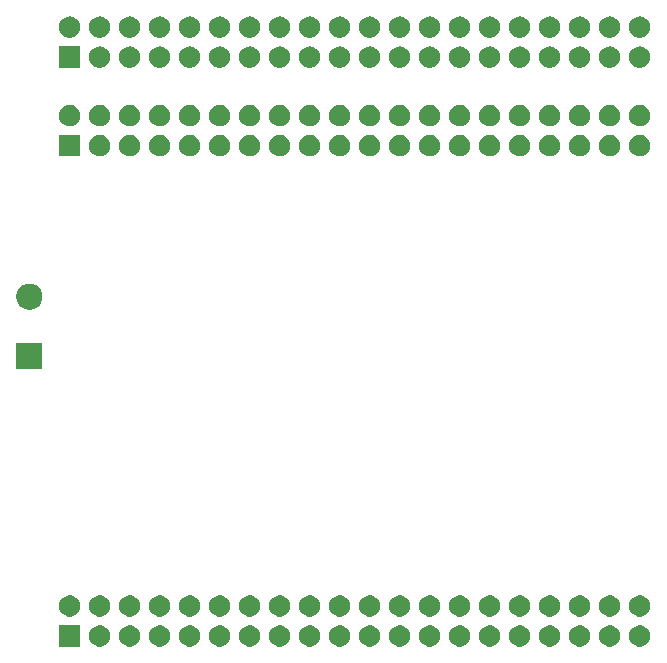
<source format=gbr>
G04 #@! TF.GenerationSoftware,KiCad,Pcbnew,5.1.6*
G04 #@! TF.CreationDate,2020-06-26T19:26:29+02:00*
G04 #@! TF.ProjectId,F010_rpi_logic_level_shifter_hat,46303130-5f72-4706-995f-6c6f6769635f,rev?*
G04 #@! TF.SameCoordinates,PXa52d280PY2b953a0*
G04 #@! TF.FileFunction,Soldermask,Bot*
G04 #@! TF.FilePolarity,Negative*
%FSLAX46Y46*%
G04 Gerber Fmt 4.6, Leading zero omitted, Abs format (unit mm)*
G04 Created by KiCad (PCBNEW 5.1.6) date 2020-06-26 19:26:29*
%MOMM*%
%LPD*%
G01*
G04 APERTURE LIST*
%ADD10C,0.100000*%
G04 APERTURE END LIST*
D10*
G36*
X-4826488Y-49913927D02*
G01*
X-4677188Y-49943624D01*
X-4513216Y-50011544D01*
X-4365646Y-50110147D01*
X-4240147Y-50235646D01*
X-4141544Y-50383216D01*
X-4073624Y-50547188D01*
X-4039000Y-50721259D01*
X-4039000Y-50898741D01*
X-4073624Y-51072812D01*
X-4141544Y-51236784D01*
X-4240147Y-51384354D01*
X-4365646Y-51509853D01*
X-4513216Y-51608456D01*
X-4677188Y-51676376D01*
X-4826488Y-51706073D01*
X-4851258Y-51711000D01*
X-5028742Y-51711000D01*
X-5053512Y-51706073D01*
X-5202812Y-51676376D01*
X-5366784Y-51608456D01*
X-5514354Y-51509853D01*
X-5639853Y-51384354D01*
X-5738456Y-51236784D01*
X-5806376Y-51072812D01*
X-5841000Y-50898741D01*
X-5841000Y-50721259D01*
X-5806376Y-50547188D01*
X-5738456Y-50383216D01*
X-5639853Y-50235646D01*
X-5514354Y-50110147D01*
X-5366784Y-50011544D01*
X-5202812Y-49943624D01*
X-5053512Y-49913927D01*
X-5028742Y-49909000D01*
X-4851258Y-49909000D01*
X-4826488Y-49913927D01*
G37*
G36*
X-30226488Y-49913927D02*
G01*
X-30077188Y-49943624D01*
X-29913216Y-50011544D01*
X-29765646Y-50110147D01*
X-29640147Y-50235646D01*
X-29541544Y-50383216D01*
X-29473624Y-50547188D01*
X-29439000Y-50721259D01*
X-29439000Y-50898741D01*
X-29473624Y-51072812D01*
X-29541544Y-51236784D01*
X-29640147Y-51384354D01*
X-29765646Y-51509853D01*
X-29913216Y-51608456D01*
X-30077188Y-51676376D01*
X-30226488Y-51706073D01*
X-30251258Y-51711000D01*
X-30428742Y-51711000D01*
X-30453512Y-51706073D01*
X-30602812Y-51676376D01*
X-30766784Y-51608456D01*
X-30914354Y-51509853D01*
X-31039853Y-51384354D01*
X-31138456Y-51236784D01*
X-31206376Y-51072812D01*
X-31241000Y-50898741D01*
X-31241000Y-50721259D01*
X-31206376Y-50547188D01*
X-31138456Y-50383216D01*
X-31039853Y-50235646D01*
X-30914354Y-50110147D01*
X-30766784Y-50011544D01*
X-30602812Y-49943624D01*
X-30453512Y-49913927D01*
X-30428742Y-49909000D01*
X-30251258Y-49909000D01*
X-30226488Y-49913927D01*
G37*
G36*
X-9906488Y-49913927D02*
G01*
X-9757188Y-49943624D01*
X-9593216Y-50011544D01*
X-9445646Y-50110147D01*
X-9320147Y-50235646D01*
X-9221544Y-50383216D01*
X-9153624Y-50547188D01*
X-9119000Y-50721259D01*
X-9119000Y-50898741D01*
X-9153624Y-51072812D01*
X-9221544Y-51236784D01*
X-9320147Y-51384354D01*
X-9445646Y-51509853D01*
X-9593216Y-51608456D01*
X-9757188Y-51676376D01*
X-9906488Y-51706073D01*
X-9931258Y-51711000D01*
X-10108742Y-51711000D01*
X-10133512Y-51706073D01*
X-10282812Y-51676376D01*
X-10446784Y-51608456D01*
X-10594354Y-51509853D01*
X-10719853Y-51384354D01*
X-10818456Y-51236784D01*
X-10886376Y-51072812D01*
X-10921000Y-50898741D01*
X-10921000Y-50721259D01*
X-10886376Y-50547188D01*
X-10818456Y-50383216D01*
X-10719853Y-50235646D01*
X-10594354Y-50110147D01*
X-10446784Y-50011544D01*
X-10282812Y-49943624D01*
X-10133512Y-49913927D01*
X-10108742Y-49909000D01*
X-9931258Y-49909000D01*
X-9906488Y-49913927D01*
G37*
G36*
X-12446488Y-49913927D02*
G01*
X-12297188Y-49943624D01*
X-12133216Y-50011544D01*
X-11985646Y-50110147D01*
X-11860147Y-50235646D01*
X-11761544Y-50383216D01*
X-11693624Y-50547188D01*
X-11659000Y-50721259D01*
X-11659000Y-50898741D01*
X-11693624Y-51072812D01*
X-11761544Y-51236784D01*
X-11860147Y-51384354D01*
X-11985646Y-51509853D01*
X-12133216Y-51608456D01*
X-12297188Y-51676376D01*
X-12446488Y-51706073D01*
X-12471258Y-51711000D01*
X-12648742Y-51711000D01*
X-12673512Y-51706073D01*
X-12822812Y-51676376D01*
X-12986784Y-51608456D01*
X-13134354Y-51509853D01*
X-13259853Y-51384354D01*
X-13358456Y-51236784D01*
X-13426376Y-51072812D01*
X-13461000Y-50898741D01*
X-13461000Y-50721259D01*
X-13426376Y-50547188D01*
X-13358456Y-50383216D01*
X-13259853Y-50235646D01*
X-13134354Y-50110147D01*
X-12986784Y-50011544D01*
X-12822812Y-49943624D01*
X-12673512Y-49913927D01*
X-12648742Y-49909000D01*
X-12471258Y-49909000D01*
X-12446488Y-49913927D01*
G37*
G36*
X-14986488Y-49913927D02*
G01*
X-14837188Y-49943624D01*
X-14673216Y-50011544D01*
X-14525646Y-50110147D01*
X-14400147Y-50235646D01*
X-14301544Y-50383216D01*
X-14233624Y-50547188D01*
X-14199000Y-50721259D01*
X-14199000Y-50898741D01*
X-14233624Y-51072812D01*
X-14301544Y-51236784D01*
X-14400147Y-51384354D01*
X-14525646Y-51509853D01*
X-14673216Y-51608456D01*
X-14837188Y-51676376D01*
X-14986488Y-51706073D01*
X-15011258Y-51711000D01*
X-15188742Y-51711000D01*
X-15213512Y-51706073D01*
X-15362812Y-51676376D01*
X-15526784Y-51608456D01*
X-15674354Y-51509853D01*
X-15799853Y-51384354D01*
X-15898456Y-51236784D01*
X-15966376Y-51072812D01*
X-16001000Y-50898741D01*
X-16001000Y-50721259D01*
X-15966376Y-50547188D01*
X-15898456Y-50383216D01*
X-15799853Y-50235646D01*
X-15674354Y-50110147D01*
X-15526784Y-50011544D01*
X-15362812Y-49943624D01*
X-15213512Y-49913927D01*
X-15188742Y-49909000D01*
X-15011258Y-49909000D01*
X-14986488Y-49913927D01*
G37*
G36*
X-17526488Y-49913927D02*
G01*
X-17377188Y-49943624D01*
X-17213216Y-50011544D01*
X-17065646Y-50110147D01*
X-16940147Y-50235646D01*
X-16841544Y-50383216D01*
X-16773624Y-50547188D01*
X-16739000Y-50721259D01*
X-16739000Y-50898741D01*
X-16773624Y-51072812D01*
X-16841544Y-51236784D01*
X-16940147Y-51384354D01*
X-17065646Y-51509853D01*
X-17213216Y-51608456D01*
X-17377188Y-51676376D01*
X-17526488Y-51706073D01*
X-17551258Y-51711000D01*
X-17728742Y-51711000D01*
X-17753512Y-51706073D01*
X-17902812Y-51676376D01*
X-18066784Y-51608456D01*
X-18214354Y-51509853D01*
X-18339853Y-51384354D01*
X-18438456Y-51236784D01*
X-18506376Y-51072812D01*
X-18541000Y-50898741D01*
X-18541000Y-50721259D01*
X-18506376Y-50547188D01*
X-18438456Y-50383216D01*
X-18339853Y-50235646D01*
X-18214354Y-50110147D01*
X-18066784Y-50011544D01*
X-17902812Y-49943624D01*
X-17753512Y-49913927D01*
X-17728742Y-49909000D01*
X-17551258Y-49909000D01*
X-17526488Y-49913927D01*
G37*
G36*
X-20066488Y-49913927D02*
G01*
X-19917188Y-49943624D01*
X-19753216Y-50011544D01*
X-19605646Y-50110147D01*
X-19480147Y-50235646D01*
X-19381544Y-50383216D01*
X-19313624Y-50547188D01*
X-19279000Y-50721259D01*
X-19279000Y-50898741D01*
X-19313624Y-51072812D01*
X-19381544Y-51236784D01*
X-19480147Y-51384354D01*
X-19605646Y-51509853D01*
X-19753216Y-51608456D01*
X-19917188Y-51676376D01*
X-20066488Y-51706073D01*
X-20091258Y-51711000D01*
X-20268742Y-51711000D01*
X-20293512Y-51706073D01*
X-20442812Y-51676376D01*
X-20606784Y-51608456D01*
X-20754354Y-51509853D01*
X-20879853Y-51384354D01*
X-20978456Y-51236784D01*
X-21046376Y-51072812D01*
X-21081000Y-50898741D01*
X-21081000Y-50721259D01*
X-21046376Y-50547188D01*
X-20978456Y-50383216D01*
X-20879853Y-50235646D01*
X-20754354Y-50110147D01*
X-20606784Y-50011544D01*
X-20442812Y-49943624D01*
X-20293512Y-49913927D01*
X-20268742Y-49909000D01*
X-20091258Y-49909000D01*
X-20066488Y-49913927D01*
G37*
G36*
X-22606488Y-49913927D02*
G01*
X-22457188Y-49943624D01*
X-22293216Y-50011544D01*
X-22145646Y-50110147D01*
X-22020147Y-50235646D01*
X-21921544Y-50383216D01*
X-21853624Y-50547188D01*
X-21819000Y-50721259D01*
X-21819000Y-50898741D01*
X-21853624Y-51072812D01*
X-21921544Y-51236784D01*
X-22020147Y-51384354D01*
X-22145646Y-51509853D01*
X-22293216Y-51608456D01*
X-22457188Y-51676376D01*
X-22606488Y-51706073D01*
X-22631258Y-51711000D01*
X-22808742Y-51711000D01*
X-22833512Y-51706073D01*
X-22982812Y-51676376D01*
X-23146784Y-51608456D01*
X-23294354Y-51509853D01*
X-23419853Y-51384354D01*
X-23518456Y-51236784D01*
X-23586376Y-51072812D01*
X-23621000Y-50898741D01*
X-23621000Y-50721259D01*
X-23586376Y-50547188D01*
X-23518456Y-50383216D01*
X-23419853Y-50235646D01*
X-23294354Y-50110147D01*
X-23146784Y-50011544D01*
X-22982812Y-49943624D01*
X-22833512Y-49913927D01*
X-22808742Y-49909000D01*
X-22631258Y-49909000D01*
X-22606488Y-49913927D01*
G37*
G36*
X-25146488Y-49913927D02*
G01*
X-24997188Y-49943624D01*
X-24833216Y-50011544D01*
X-24685646Y-50110147D01*
X-24560147Y-50235646D01*
X-24461544Y-50383216D01*
X-24393624Y-50547188D01*
X-24359000Y-50721259D01*
X-24359000Y-50898741D01*
X-24393624Y-51072812D01*
X-24461544Y-51236784D01*
X-24560147Y-51384354D01*
X-24685646Y-51509853D01*
X-24833216Y-51608456D01*
X-24997188Y-51676376D01*
X-25146488Y-51706073D01*
X-25171258Y-51711000D01*
X-25348742Y-51711000D01*
X-25373512Y-51706073D01*
X-25522812Y-51676376D01*
X-25686784Y-51608456D01*
X-25834354Y-51509853D01*
X-25959853Y-51384354D01*
X-26058456Y-51236784D01*
X-26126376Y-51072812D01*
X-26161000Y-50898741D01*
X-26161000Y-50721259D01*
X-26126376Y-50547188D01*
X-26058456Y-50383216D01*
X-25959853Y-50235646D01*
X-25834354Y-50110147D01*
X-25686784Y-50011544D01*
X-25522812Y-49943624D01*
X-25373512Y-49913927D01*
X-25348742Y-49909000D01*
X-25171258Y-49909000D01*
X-25146488Y-49913927D01*
G37*
G36*
X-27686488Y-49913927D02*
G01*
X-27537188Y-49943624D01*
X-27373216Y-50011544D01*
X-27225646Y-50110147D01*
X-27100147Y-50235646D01*
X-27001544Y-50383216D01*
X-26933624Y-50547188D01*
X-26899000Y-50721259D01*
X-26899000Y-50898741D01*
X-26933624Y-51072812D01*
X-27001544Y-51236784D01*
X-27100147Y-51384354D01*
X-27225646Y-51509853D01*
X-27373216Y-51608456D01*
X-27537188Y-51676376D01*
X-27686488Y-51706073D01*
X-27711258Y-51711000D01*
X-27888742Y-51711000D01*
X-27913512Y-51706073D01*
X-28062812Y-51676376D01*
X-28226784Y-51608456D01*
X-28374354Y-51509853D01*
X-28499853Y-51384354D01*
X-28598456Y-51236784D01*
X-28666376Y-51072812D01*
X-28701000Y-50898741D01*
X-28701000Y-50721259D01*
X-28666376Y-50547188D01*
X-28598456Y-50383216D01*
X-28499853Y-50235646D01*
X-28374354Y-50110147D01*
X-28226784Y-50011544D01*
X-28062812Y-49943624D01*
X-27913512Y-49913927D01*
X-27888742Y-49909000D01*
X-27711258Y-49909000D01*
X-27686488Y-49913927D01*
G37*
G36*
X-7366488Y-49913927D02*
G01*
X-7217188Y-49943624D01*
X-7053216Y-50011544D01*
X-6905646Y-50110147D01*
X-6780147Y-50235646D01*
X-6681544Y-50383216D01*
X-6613624Y-50547188D01*
X-6579000Y-50721259D01*
X-6579000Y-50898741D01*
X-6613624Y-51072812D01*
X-6681544Y-51236784D01*
X-6780147Y-51384354D01*
X-6905646Y-51509853D01*
X-7053216Y-51608456D01*
X-7217188Y-51676376D01*
X-7366488Y-51706073D01*
X-7391258Y-51711000D01*
X-7568742Y-51711000D01*
X-7593512Y-51706073D01*
X-7742812Y-51676376D01*
X-7906784Y-51608456D01*
X-8054354Y-51509853D01*
X-8179853Y-51384354D01*
X-8278456Y-51236784D01*
X-8346376Y-51072812D01*
X-8381000Y-50898741D01*
X-8381000Y-50721259D01*
X-8346376Y-50547188D01*
X-8278456Y-50383216D01*
X-8179853Y-50235646D01*
X-8054354Y-50110147D01*
X-7906784Y-50011544D01*
X-7742812Y-49943624D01*
X-7593512Y-49913927D01*
X-7568742Y-49909000D01*
X-7391258Y-49909000D01*
X-7366488Y-49913927D01*
G37*
G36*
X-35306488Y-49913927D02*
G01*
X-35157188Y-49943624D01*
X-34993216Y-50011544D01*
X-34845646Y-50110147D01*
X-34720147Y-50235646D01*
X-34621544Y-50383216D01*
X-34553624Y-50547188D01*
X-34519000Y-50721259D01*
X-34519000Y-50898741D01*
X-34553624Y-51072812D01*
X-34621544Y-51236784D01*
X-34720147Y-51384354D01*
X-34845646Y-51509853D01*
X-34993216Y-51608456D01*
X-35157188Y-51676376D01*
X-35306488Y-51706073D01*
X-35331258Y-51711000D01*
X-35508742Y-51711000D01*
X-35533512Y-51706073D01*
X-35682812Y-51676376D01*
X-35846784Y-51608456D01*
X-35994354Y-51509853D01*
X-36119853Y-51384354D01*
X-36218456Y-51236784D01*
X-36286376Y-51072812D01*
X-36321000Y-50898741D01*
X-36321000Y-50721259D01*
X-36286376Y-50547188D01*
X-36218456Y-50383216D01*
X-36119853Y-50235646D01*
X-35994354Y-50110147D01*
X-35846784Y-50011544D01*
X-35682812Y-49943624D01*
X-35533512Y-49913927D01*
X-35508742Y-49909000D01*
X-35331258Y-49909000D01*
X-35306488Y-49913927D01*
G37*
G36*
X-37846488Y-49913927D02*
G01*
X-37697188Y-49943624D01*
X-37533216Y-50011544D01*
X-37385646Y-50110147D01*
X-37260147Y-50235646D01*
X-37161544Y-50383216D01*
X-37093624Y-50547188D01*
X-37059000Y-50721259D01*
X-37059000Y-50898741D01*
X-37093624Y-51072812D01*
X-37161544Y-51236784D01*
X-37260147Y-51384354D01*
X-37385646Y-51509853D01*
X-37533216Y-51608456D01*
X-37697188Y-51676376D01*
X-37846488Y-51706073D01*
X-37871258Y-51711000D01*
X-38048742Y-51711000D01*
X-38073512Y-51706073D01*
X-38222812Y-51676376D01*
X-38386784Y-51608456D01*
X-38534354Y-51509853D01*
X-38659853Y-51384354D01*
X-38758456Y-51236784D01*
X-38826376Y-51072812D01*
X-38861000Y-50898741D01*
X-38861000Y-50721259D01*
X-38826376Y-50547188D01*
X-38758456Y-50383216D01*
X-38659853Y-50235646D01*
X-38534354Y-50110147D01*
X-38386784Y-50011544D01*
X-38222812Y-49943624D01*
X-38073512Y-49913927D01*
X-38048742Y-49909000D01*
X-37871258Y-49909000D01*
X-37846488Y-49913927D01*
G37*
G36*
X-40386488Y-49913927D02*
G01*
X-40237188Y-49943624D01*
X-40073216Y-50011544D01*
X-39925646Y-50110147D01*
X-39800147Y-50235646D01*
X-39701544Y-50383216D01*
X-39633624Y-50547188D01*
X-39599000Y-50721259D01*
X-39599000Y-50898741D01*
X-39633624Y-51072812D01*
X-39701544Y-51236784D01*
X-39800147Y-51384354D01*
X-39925646Y-51509853D01*
X-40073216Y-51608456D01*
X-40237188Y-51676376D01*
X-40386488Y-51706073D01*
X-40411258Y-51711000D01*
X-40588742Y-51711000D01*
X-40613512Y-51706073D01*
X-40762812Y-51676376D01*
X-40926784Y-51608456D01*
X-41074354Y-51509853D01*
X-41199853Y-51384354D01*
X-41298456Y-51236784D01*
X-41366376Y-51072812D01*
X-41401000Y-50898741D01*
X-41401000Y-50721259D01*
X-41366376Y-50547188D01*
X-41298456Y-50383216D01*
X-41199853Y-50235646D01*
X-41074354Y-50110147D01*
X-40926784Y-50011544D01*
X-40762812Y-49943624D01*
X-40613512Y-49913927D01*
X-40588742Y-49909000D01*
X-40411258Y-49909000D01*
X-40386488Y-49913927D01*
G37*
G36*
X-42926488Y-49913927D02*
G01*
X-42777188Y-49943624D01*
X-42613216Y-50011544D01*
X-42465646Y-50110147D01*
X-42340147Y-50235646D01*
X-42241544Y-50383216D01*
X-42173624Y-50547188D01*
X-42139000Y-50721259D01*
X-42139000Y-50898741D01*
X-42173624Y-51072812D01*
X-42241544Y-51236784D01*
X-42340147Y-51384354D01*
X-42465646Y-51509853D01*
X-42613216Y-51608456D01*
X-42777188Y-51676376D01*
X-42926488Y-51706073D01*
X-42951258Y-51711000D01*
X-43128742Y-51711000D01*
X-43153512Y-51706073D01*
X-43302812Y-51676376D01*
X-43466784Y-51608456D01*
X-43614354Y-51509853D01*
X-43739853Y-51384354D01*
X-43838456Y-51236784D01*
X-43906376Y-51072812D01*
X-43941000Y-50898741D01*
X-43941000Y-50721259D01*
X-43906376Y-50547188D01*
X-43838456Y-50383216D01*
X-43739853Y-50235646D01*
X-43614354Y-50110147D01*
X-43466784Y-50011544D01*
X-43302812Y-49943624D01*
X-43153512Y-49913927D01*
X-43128742Y-49909000D01*
X-42951258Y-49909000D01*
X-42926488Y-49913927D01*
G37*
G36*
X-45466488Y-49913927D02*
G01*
X-45317188Y-49943624D01*
X-45153216Y-50011544D01*
X-45005646Y-50110147D01*
X-44880147Y-50235646D01*
X-44781544Y-50383216D01*
X-44713624Y-50547188D01*
X-44679000Y-50721259D01*
X-44679000Y-50898741D01*
X-44713624Y-51072812D01*
X-44781544Y-51236784D01*
X-44880147Y-51384354D01*
X-45005646Y-51509853D01*
X-45153216Y-51608456D01*
X-45317188Y-51676376D01*
X-45466488Y-51706073D01*
X-45491258Y-51711000D01*
X-45668742Y-51711000D01*
X-45693512Y-51706073D01*
X-45842812Y-51676376D01*
X-46006784Y-51608456D01*
X-46154354Y-51509853D01*
X-46279853Y-51384354D01*
X-46378456Y-51236784D01*
X-46446376Y-51072812D01*
X-46481000Y-50898741D01*
X-46481000Y-50721259D01*
X-46446376Y-50547188D01*
X-46378456Y-50383216D01*
X-46279853Y-50235646D01*
X-46154354Y-50110147D01*
X-46006784Y-50011544D01*
X-45842812Y-49943624D01*
X-45693512Y-49913927D01*
X-45668742Y-49909000D01*
X-45491258Y-49909000D01*
X-45466488Y-49913927D01*
G37*
G36*
X-48006488Y-49913927D02*
G01*
X-47857188Y-49943624D01*
X-47693216Y-50011544D01*
X-47545646Y-50110147D01*
X-47420147Y-50235646D01*
X-47321544Y-50383216D01*
X-47253624Y-50547188D01*
X-47219000Y-50721259D01*
X-47219000Y-50898741D01*
X-47253624Y-51072812D01*
X-47321544Y-51236784D01*
X-47420147Y-51384354D01*
X-47545646Y-51509853D01*
X-47693216Y-51608456D01*
X-47857188Y-51676376D01*
X-48006488Y-51706073D01*
X-48031258Y-51711000D01*
X-48208742Y-51711000D01*
X-48233512Y-51706073D01*
X-48382812Y-51676376D01*
X-48546784Y-51608456D01*
X-48694354Y-51509853D01*
X-48819853Y-51384354D01*
X-48918456Y-51236784D01*
X-48986376Y-51072812D01*
X-49021000Y-50898741D01*
X-49021000Y-50721259D01*
X-48986376Y-50547188D01*
X-48918456Y-50383216D01*
X-48819853Y-50235646D01*
X-48694354Y-50110147D01*
X-48546784Y-50011544D01*
X-48382812Y-49943624D01*
X-48233512Y-49913927D01*
X-48208742Y-49909000D01*
X-48031258Y-49909000D01*
X-48006488Y-49913927D01*
G37*
G36*
X-50546488Y-49913927D02*
G01*
X-50397188Y-49943624D01*
X-50233216Y-50011544D01*
X-50085646Y-50110147D01*
X-49960147Y-50235646D01*
X-49861544Y-50383216D01*
X-49793624Y-50547188D01*
X-49759000Y-50721259D01*
X-49759000Y-50898741D01*
X-49793624Y-51072812D01*
X-49861544Y-51236784D01*
X-49960147Y-51384354D01*
X-50085646Y-51509853D01*
X-50233216Y-51608456D01*
X-50397188Y-51676376D01*
X-50546488Y-51706073D01*
X-50571258Y-51711000D01*
X-50748742Y-51711000D01*
X-50773512Y-51706073D01*
X-50922812Y-51676376D01*
X-51086784Y-51608456D01*
X-51234354Y-51509853D01*
X-51359853Y-51384354D01*
X-51458456Y-51236784D01*
X-51526376Y-51072812D01*
X-51561000Y-50898741D01*
X-51561000Y-50721259D01*
X-51526376Y-50547188D01*
X-51458456Y-50383216D01*
X-51359853Y-50235646D01*
X-51234354Y-50110147D01*
X-51086784Y-50011544D01*
X-50922812Y-49943624D01*
X-50773512Y-49913927D01*
X-50748742Y-49909000D01*
X-50571258Y-49909000D01*
X-50546488Y-49913927D01*
G37*
G36*
X-52299000Y-51711000D02*
G01*
X-54101000Y-51711000D01*
X-54101000Y-49909000D01*
X-52299000Y-49909000D01*
X-52299000Y-51711000D01*
G37*
G36*
X-32766488Y-49913927D02*
G01*
X-32617188Y-49943624D01*
X-32453216Y-50011544D01*
X-32305646Y-50110147D01*
X-32180147Y-50235646D01*
X-32081544Y-50383216D01*
X-32013624Y-50547188D01*
X-31979000Y-50721259D01*
X-31979000Y-50898741D01*
X-32013624Y-51072812D01*
X-32081544Y-51236784D01*
X-32180147Y-51384354D01*
X-32305646Y-51509853D01*
X-32453216Y-51608456D01*
X-32617188Y-51676376D01*
X-32766488Y-51706073D01*
X-32791258Y-51711000D01*
X-32968742Y-51711000D01*
X-32993512Y-51706073D01*
X-33142812Y-51676376D01*
X-33306784Y-51608456D01*
X-33454354Y-51509853D01*
X-33579853Y-51384354D01*
X-33678456Y-51236784D01*
X-33746376Y-51072812D01*
X-33781000Y-50898741D01*
X-33781000Y-50721259D01*
X-33746376Y-50547188D01*
X-33678456Y-50383216D01*
X-33579853Y-50235646D01*
X-33454354Y-50110147D01*
X-33306784Y-50011544D01*
X-33142812Y-49943624D01*
X-32993512Y-49913927D01*
X-32968742Y-49909000D01*
X-32791258Y-49909000D01*
X-32766488Y-49913927D01*
G37*
G36*
X-9906488Y-47373927D02*
G01*
X-9757188Y-47403624D01*
X-9593216Y-47471544D01*
X-9445646Y-47570147D01*
X-9320147Y-47695646D01*
X-9221544Y-47843216D01*
X-9153624Y-48007188D01*
X-9119000Y-48181259D01*
X-9119000Y-48358741D01*
X-9153624Y-48532812D01*
X-9221544Y-48696784D01*
X-9320147Y-48844354D01*
X-9445646Y-48969853D01*
X-9593216Y-49068456D01*
X-9757188Y-49136376D01*
X-9906488Y-49166073D01*
X-9931258Y-49171000D01*
X-10108742Y-49171000D01*
X-10133512Y-49166073D01*
X-10282812Y-49136376D01*
X-10446784Y-49068456D01*
X-10594354Y-48969853D01*
X-10719853Y-48844354D01*
X-10818456Y-48696784D01*
X-10886376Y-48532812D01*
X-10921000Y-48358741D01*
X-10921000Y-48181259D01*
X-10886376Y-48007188D01*
X-10818456Y-47843216D01*
X-10719853Y-47695646D01*
X-10594354Y-47570147D01*
X-10446784Y-47471544D01*
X-10282812Y-47403624D01*
X-10133512Y-47373927D01*
X-10108742Y-47369000D01*
X-9931258Y-47369000D01*
X-9906488Y-47373927D01*
G37*
G36*
X-7366488Y-47373927D02*
G01*
X-7217188Y-47403624D01*
X-7053216Y-47471544D01*
X-6905646Y-47570147D01*
X-6780147Y-47695646D01*
X-6681544Y-47843216D01*
X-6613624Y-48007188D01*
X-6579000Y-48181259D01*
X-6579000Y-48358741D01*
X-6613624Y-48532812D01*
X-6681544Y-48696784D01*
X-6780147Y-48844354D01*
X-6905646Y-48969853D01*
X-7053216Y-49068456D01*
X-7217188Y-49136376D01*
X-7366488Y-49166073D01*
X-7391258Y-49171000D01*
X-7568742Y-49171000D01*
X-7593512Y-49166073D01*
X-7742812Y-49136376D01*
X-7906784Y-49068456D01*
X-8054354Y-48969853D01*
X-8179853Y-48844354D01*
X-8278456Y-48696784D01*
X-8346376Y-48532812D01*
X-8381000Y-48358741D01*
X-8381000Y-48181259D01*
X-8346376Y-48007188D01*
X-8278456Y-47843216D01*
X-8179853Y-47695646D01*
X-8054354Y-47570147D01*
X-7906784Y-47471544D01*
X-7742812Y-47403624D01*
X-7593512Y-47373927D01*
X-7568742Y-47369000D01*
X-7391258Y-47369000D01*
X-7366488Y-47373927D01*
G37*
G36*
X-42926488Y-47373927D02*
G01*
X-42777188Y-47403624D01*
X-42613216Y-47471544D01*
X-42465646Y-47570147D01*
X-42340147Y-47695646D01*
X-42241544Y-47843216D01*
X-42173624Y-48007188D01*
X-42139000Y-48181259D01*
X-42139000Y-48358741D01*
X-42173624Y-48532812D01*
X-42241544Y-48696784D01*
X-42340147Y-48844354D01*
X-42465646Y-48969853D01*
X-42613216Y-49068456D01*
X-42777188Y-49136376D01*
X-42926488Y-49166073D01*
X-42951258Y-49171000D01*
X-43128742Y-49171000D01*
X-43153512Y-49166073D01*
X-43302812Y-49136376D01*
X-43466784Y-49068456D01*
X-43614354Y-48969853D01*
X-43739853Y-48844354D01*
X-43838456Y-48696784D01*
X-43906376Y-48532812D01*
X-43941000Y-48358741D01*
X-43941000Y-48181259D01*
X-43906376Y-48007188D01*
X-43838456Y-47843216D01*
X-43739853Y-47695646D01*
X-43614354Y-47570147D01*
X-43466784Y-47471544D01*
X-43302812Y-47403624D01*
X-43153512Y-47373927D01*
X-43128742Y-47369000D01*
X-42951258Y-47369000D01*
X-42926488Y-47373927D01*
G37*
G36*
X-37846488Y-47373927D02*
G01*
X-37697188Y-47403624D01*
X-37533216Y-47471544D01*
X-37385646Y-47570147D01*
X-37260147Y-47695646D01*
X-37161544Y-47843216D01*
X-37093624Y-48007188D01*
X-37059000Y-48181259D01*
X-37059000Y-48358741D01*
X-37093624Y-48532812D01*
X-37161544Y-48696784D01*
X-37260147Y-48844354D01*
X-37385646Y-48969853D01*
X-37533216Y-49068456D01*
X-37697188Y-49136376D01*
X-37846488Y-49166073D01*
X-37871258Y-49171000D01*
X-38048742Y-49171000D01*
X-38073512Y-49166073D01*
X-38222812Y-49136376D01*
X-38386784Y-49068456D01*
X-38534354Y-48969853D01*
X-38659853Y-48844354D01*
X-38758456Y-48696784D01*
X-38826376Y-48532812D01*
X-38861000Y-48358741D01*
X-38861000Y-48181259D01*
X-38826376Y-48007188D01*
X-38758456Y-47843216D01*
X-38659853Y-47695646D01*
X-38534354Y-47570147D01*
X-38386784Y-47471544D01*
X-38222812Y-47403624D01*
X-38073512Y-47373927D01*
X-38048742Y-47369000D01*
X-37871258Y-47369000D01*
X-37846488Y-47373927D01*
G37*
G36*
X-40386488Y-47373927D02*
G01*
X-40237188Y-47403624D01*
X-40073216Y-47471544D01*
X-39925646Y-47570147D01*
X-39800147Y-47695646D01*
X-39701544Y-47843216D01*
X-39633624Y-48007188D01*
X-39599000Y-48181259D01*
X-39599000Y-48358741D01*
X-39633624Y-48532812D01*
X-39701544Y-48696784D01*
X-39800147Y-48844354D01*
X-39925646Y-48969853D01*
X-40073216Y-49068456D01*
X-40237188Y-49136376D01*
X-40386488Y-49166073D01*
X-40411258Y-49171000D01*
X-40588742Y-49171000D01*
X-40613512Y-49166073D01*
X-40762812Y-49136376D01*
X-40926784Y-49068456D01*
X-41074354Y-48969853D01*
X-41199853Y-48844354D01*
X-41298456Y-48696784D01*
X-41366376Y-48532812D01*
X-41401000Y-48358741D01*
X-41401000Y-48181259D01*
X-41366376Y-48007188D01*
X-41298456Y-47843216D01*
X-41199853Y-47695646D01*
X-41074354Y-47570147D01*
X-40926784Y-47471544D01*
X-40762812Y-47403624D01*
X-40613512Y-47373927D01*
X-40588742Y-47369000D01*
X-40411258Y-47369000D01*
X-40386488Y-47373927D01*
G37*
G36*
X-45466488Y-47373927D02*
G01*
X-45317188Y-47403624D01*
X-45153216Y-47471544D01*
X-45005646Y-47570147D01*
X-44880147Y-47695646D01*
X-44781544Y-47843216D01*
X-44713624Y-48007188D01*
X-44679000Y-48181259D01*
X-44679000Y-48358741D01*
X-44713624Y-48532812D01*
X-44781544Y-48696784D01*
X-44880147Y-48844354D01*
X-45005646Y-48969853D01*
X-45153216Y-49068456D01*
X-45317188Y-49136376D01*
X-45466488Y-49166073D01*
X-45491258Y-49171000D01*
X-45668742Y-49171000D01*
X-45693512Y-49166073D01*
X-45842812Y-49136376D01*
X-46006784Y-49068456D01*
X-46154354Y-48969853D01*
X-46279853Y-48844354D01*
X-46378456Y-48696784D01*
X-46446376Y-48532812D01*
X-46481000Y-48358741D01*
X-46481000Y-48181259D01*
X-46446376Y-48007188D01*
X-46378456Y-47843216D01*
X-46279853Y-47695646D01*
X-46154354Y-47570147D01*
X-46006784Y-47471544D01*
X-45842812Y-47403624D01*
X-45693512Y-47373927D01*
X-45668742Y-47369000D01*
X-45491258Y-47369000D01*
X-45466488Y-47373927D01*
G37*
G36*
X-48006488Y-47373927D02*
G01*
X-47857188Y-47403624D01*
X-47693216Y-47471544D01*
X-47545646Y-47570147D01*
X-47420147Y-47695646D01*
X-47321544Y-47843216D01*
X-47253624Y-48007188D01*
X-47219000Y-48181259D01*
X-47219000Y-48358741D01*
X-47253624Y-48532812D01*
X-47321544Y-48696784D01*
X-47420147Y-48844354D01*
X-47545646Y-48969853D01*
X-47693216Y-49068456D01*
X-47857188Y-49136376D01*
X-48006488Y-49166073D01*
X-48031258Y-49171000D01*
X-48208742Y-49171000D01*
X-48233512Y-49166073D01*
X-48382812Y-49136376D01*
X-48546784Y-49068456D01*
X-48694354Y-48969853D01*
X-48819853Y-48844354D01*
X-48918456Y-48696784D01*
X-48986376Y-48532812D01*
X-49021000Y-48358741D01*
X-49021000Y-48181259D01*
X-48986376Y-48007188D01*
X-48918456Y-47843216D01*
X-48819853Y-47695646D01*
X-48694354Y-47570147D01*
X-48546784Y-47471544D01*
X-48382812Y-47403624D01*
X-48233512Y-47373927D01*
X-48208742Y-47369000D01*
X-48031258Y-47369000D01*
X-48006488Y-47373927D01*
G37*
G36*
X-50546488Y-47373927D02*
G01*
X-50397188Y-47403624D01*
X-50233216Y-47471544D01*
X-50085646Y-47570147D01*
X-49960147Y-47695646D01*
X-49861544Y-47843216D01*
X-49793624Y-48007188D01*
X-49759000Y-48181259D01*
X-49759000Y-48358741D01*
X-49793624Y-48532812D01*
X-49861544Y-48696784D01*
X-49960147Y-48844354D01*
X-50085646Y-48969853D01*
X-50233216Y-49068456D01*
X-50397188Y-49136376D01*
X-50546488Y-49166073D01*
X-50571258Y-49171000D01*
X-50748742Y-49171000D01*
X-50773512Y-49166073D01*
X-50922812Y-49136376D01*
X-51086784Y-49068456D01*
X-51234354Y-48969853D01*
X-51359853Y-48844354D01*
X-51458456Y-48696784D01*
X-51526376Y-48532812D01*
X-51561000Y-48358741D01*
X-51561000Y-48181259D01*
X-51526376Y-48007188D01*
X-51458456Y-47843216D01*
X-51359853Y-47695646D01*
X-51234354Y-47570147D01*
X-51086784Y-47471544D01*
X-50922812Y-47403624D01*
X-50773512Y-47373927D01*
X-50748742Y-47369000D01*
X-50571258Y-47369000D01*
X-50546488Y-47373927D01*
G37*
G36*
X-53086488Y-47373927D02*
G01*
X-52937188Y-47403624D01*
X-52773216Y-47471544D01*
X-52625646Y-47570147D01*
X-52500147Y-47695646D01*
X-52401544Y-47843216D01*
X-52333624Y-48007188D01*
X-52299000Y-48181259D01*
X-52299000Y-48358741D01*
X-52333624Y-48532812D01*
X-52401544Y-48696784D01*
X-52500147Y-48844354D01*
X-52625646Y-48969853D01*
X-52773216Y-49068456D01*
X-52937188Y-49136376D01*
X-53086488Y-49166073D01*
X-53111258Y-49171000D01*
X-53288742Y-49171000D01*
X-53313512Y-49166073D01*
X-53462812Y-49136376D01*
X-53626784Y-49068456D01*
X-53774354Y-48969853D01*
X-53899853Y-48844354D01*
X-53998456Y-48696784D01*
X-54066376Y-48532812D01*
X-54101000Y-48358741D01*
X-54101000Y-48181259D01*
X-54066376Y-48007188D01*
X-53998456Y-47843216D01*
X-53899853Y-47695646D01*
X-53774354Y-47570147D01*
X-53626784Y-47471544D01*
X-53462812Y-47403624D01*
X-53313512Y-47373927D01*
X-53288742Y-47369000D01*
X-53111258Y-47369000D01*
X-53086488Y-47373927D01*
G37*
G36*
X-22606488Y-47373927D02*
G01*
X-22457188Y-47403624D01*
X-22293216Y-47471544D01*
X-22145646Y-47570147D01*
X-22020147Y-47695646D01*
X-21921544Y-47843216D01*
X-21853624Y-48007188D01*
X-21819000Y-48181259D01*
X-21819000Y-48358741D01*
X-21853624Y-48532812D01*
X-21921544Y-48696784D01*
X-22020147Y-48844354D01*
X-22145646Y-48969853D01*
X-22293216Y-49068456D01*
X-22457188Y-49136376D01*
X-22606488Y-49166073D01*
X-22631258Y-49171000D01*
X-22808742Y-49171000D01*
X-22833512Y-49166073D01*
X-22982812Y-49136376D01*
X-23146784Y-49068456D01*
X-23294354Y-48969853D01*
X-23419853Y-48844354D01*
X-23518456Y-48696784D01*
X-23586376Y-48532812D01*
X-23621000Y-48358741D01*
X-23621000Y-48181259D01*
X-23586376Y-48007188D01*
X-23518456Y-47843216D01*
X-23419853Y-47695646D01*
X-23294354Y-47570147D01*
X-23146784Y-47471544D01*
X-22982812Y-47403624D01*
X-22833512Y-47373927D01*
X-22808742Y-47369000D01*
X-22631258Y-47369000D01*
X-22606488Y-47373927D01*
G37*
G36*
X-14986488Y-47373927D02*
G01*
X-14837188Y-47403624D01*
X-14673216Y-47471544D01*
X-14525646Y-47570147D01*
X-14400147Y-47695646D01*
X-14301544Y-47843216D01*
X-14233624Y-48007188D01*
X-14199000Y-48181259D01*
X-14199000Y-48358741D01*
X-14233624Y-48532812D01*
X-14301544Y-48696784D01*
X-14400147Y-48844354D01*
X-14525646Y-48969853D01*
X-14673216Y-49068456D01*
X-14837188Y-49136376D01*
X-14986488Y-49166073D01*
X-15011258Y-49171000D01*
X-15188742Y-49171000D01*
X-15213512Y-49166073D01*
X-15362812Y-49136376D01*
X-15526784Y-49068456D01*
X-15674354Y-48969853D01*
X-15799853Y-48844354D01*
X-15898456Y-48696784D01*
X-15966376Y-48532812D01*
X-16001000Y-48358741D01*
X-16001000Y-48181259D01*
X-15966376Y-48007188D01*
X-15898456Y-47843216D01*
X-15799853Y-47695646D01*
X-15674354Y-47570147D01*
X-15526784Y-47471544D01*
X-15362812Y-47403624D01*
X-15213512Y-47373927D01*
X-15188742Y-47369000D01*
X-15011258Y-47369000D01*
X-14986488Y-47373927D01*
G37*
G36*
X-17526488Y-47373927D02*
G01*
X-17377188Y-47403624D01*
X-17213216Y-47471544D01*
X-17065646Y-47570147D01*
X-16940147Y-47695646D01*
X-16841544Y-47843216D01*
X-16773624Y-48007188D01*
X-16739000Y-48181259D01*
X-16739000Y-48358741D01*
X-16773624Y-48532812D01*
X-16841544Y-48696784D01*
X-16940147Y-48844354D01*
X-17065646Y-48969853D01*
X-17213216Y-49068456D01*
X-17377188Y-49136376D01*
X-17526488Y-49166073D01*
X-17551258Y-49171000D01*
X-17728742Y-49171000D01*
X-17753512Y-49166073D01*
X-17902812Y-49136376D01*
X-18066784Y-49068456D01*
X-18214354Y-48969853D01*
X-18339853Y-48844354D01*
X-18438456Y-48696784D01*
X-18506376Y-48532812D01*
X-18541000Y-48358741D01*
X-18541000Y-48181259D01*
X-18506376Y-48007188D01*
X-18438456Y-47843216D01*
X-18339853Y-47695646D01*
X-18214354Y-47570147D01*
X-18066784Y-47471544D01*
X-17902812Y-47403624D01*
X-17753512Y-47373927D01*
X-17728742Y-47369000D01*
X-17551258Y-47369000D01*
X-17526488Y-47373927D01*
G37*
G36*
X-20066488Y-47373927D02*
G01*
X-19917188Y-47403624D01*
X-19753216Y-47471544D01*
X-19605646Y-47570147D01*
X-19480147Y-47695646D01*
X-19381544Y-47843216D01*
X-19313624Y-48007188D01*
X-19279000Y-48181259D01*
X-19279000Y-48358741D01*
X-19313624Y-48532812D01*
X-19381544Y-48696784D01*
X-19480147Y-48844354D01*
X-19605646Y-48969853D01*
X-19753216Y-49068456D01*
X-19917188Y-49136376D01*
X-20066488Y-49166073D01*
X-20091258Y-49171000D01*
X-20268742Y-49171000D01*
X-20293512Y-49166073D01*
X-20442812Y-49136376D01*
X-20606784Y-49068456D01*
X-20754354Y-48969853D01*
X-20879853Y-48844354D01*
X-20978456Y-48696784D01*
X-21046376Y-48532812D01*
X-21081000Y-48358741D01*
X-21081000Y-48181259D01*
X-21046376Y-48007188D01*
X-20978456Y-47843216D01*
X-20879853Y-47695646D01*
X-20754354Y-47570147D01*
X-20606784Y-47471544D01*
X-20442812Y-47403624D01*
X-20293512Y-47373927D01*
X-20268742Y-47369000D01*
X-20091258Y-47369000D01*
X-20066488Y-47373927D01*
G37*
G36*
X-25146488Y-47373927D02*
G01*
X-24997188Y-47403624D01*
X-24833216Y-47471544D01*
X-24685646Y-47570147D01*
X-24560147Y-47695646D01*
X-24461544Y-47843216D01*
X-24393624Y-48007188D01*
X-24359000Y-48181259D01*
X-24359000Y-48358741D01*
X-24393624Y-48532812D01*
X-24461544Y-48696784D01*
X-24560147Y-48844354D01*
X-24685646Y-48969853D01*
X-24833216Y-49068456D01*
X-24997188Y-49136376D01*
X-25146488Y-49166073D01*
X-25171258Y-49171000D01*
X-25348742Y-49171000D01*
X-25373512Y-49166073D01*
X-25522812Y-49136376D01*
X-25686784Y-49068456D01*
X-25834354Y-48969853D01*
X-25959853Y-48844354D01*
X-26058456Y-48696784D01*
X-26126376Y-48532812D01*
X-26161000Y-48358741D01*
X-26161000Y-48181259D01*
X-26126376Y-48007188D01*
X-26058456Y-47843216D01*
X-25959853Y-47695646D01*
X-25834354Y-47570147D01*
X-25686784Y-47471544D01*
X-25522812Y-47403624D01*
X-25373512Y-47373927D01*
X-25348742Y-47369000D01*
X-25171258Y-47369000D01*
X-25146488Y-47373927D01*
G37*
G36*
X-4826488Y-47373927D02*
G01*
X-4677188Y-47403624D01*
X-4513216Y-47471544D01*
X-4365646Y-47570147D01*
X-4240147Y-47695646D01*
X-4141544Y-47843216D01*
X-4073624Y-48007188D01*
X-4039000Y-48181259D01*
X-4039000Y-48358741D01*
X-4073624Y-48532812D01*
X-4141544Y-48696784D01*
X-4240147Y-48844354D01*
X-4365646Y-48969853D01*
X-4513216Y-49068456D01*
X-4677188Y-49136376D01*
X-4826488Y-49166073D01*
X-4851258Y-49171000D01*
X-5028742Y-49171000D01*
X-5053512Y-49166073D01*
X-5202812Y-49136376D01*
X-5366784Y-49068456D01*
X-5514354Y-48969853D01*
X-5639853Y-48844354D01*
X-5738456Y-48696784D01*
X-5806376Y-48532812D01*
X-5841000Y-48358741D01*
X-5841000Y-48181259D01*
X-5806376Y-48007188D01*
X-5738456Y-47843216D01*
X-5639853Y-47695646D01*
X-5514354Y-47570147D01*
X-5366784Y-47471544D01*
X-5202812Y-47403624D01*
X-5053512Y-47373927D01*
X-5028742Y-47369000D01*
X-4851258Y-47369000D01*
X-4826488Y-47373927D01*
G37*
G36*
X-27686488Y-47373927D02*
G01*
X-27537188Y-47403624D01*
X-27373216Y-47471544D01*
X-27225646Y-47570147D01*
X-27100147Y-47695646D01*
X-27001544Y-47843216D01*
X-26933624Y-48007188D01*
X-26899000Y-48181259D01*
X-26899000Y-48358741D01*
X-26933624Y-48532812D01*
X-27001544Y-48696784D01*
X-27100147Y-48844354D01*
X-27225646Y-48969853D01*
X-27373216Y-49068456D01*
X-27537188Y-49136376D01*
X-27686488Y-49166073D01*
X-27711258Y-49171000D01*
X-27888742Y-49171000D01*
X-27913512Y-49166073D01*
X-28062812Y-49136376D01*
X-28226784Y-49068456D01*
X-28374354Y-48969853D01*
X-28499853Y-48844354D01*
X-28598456Y-48696784D01*
X-28666376Y-48532812D01*
X-28701000Y-48358741D01*
X-28701000Y-48181259D01*
X-28666376Y-48007188D01*
X-28598456Y-47843216D01*
X-28499853Y-47695646D01*
X-28374354Y-47570147D01*
X-28226784Y-47471544D01*
X-28062812Y-47403624D01*
X-27913512Y-47373927D01*
X-27888742Y-47369000D01*
X-27711258Y-47369000D01*
X-27686488Y-47373927D01*
G37*
G36*
X-30226488Y-47373927D02*
G01*
X-30077188Y-47403624D01*
X-29913216Y-47471544D01*
X-29765646Y-47570147D01*
X-29640147Y-47695646D01*
X-29541544Y-47843216D01*
X-29473624Y-48007188D01*
X-29439000Y-48181259D01*
X-29439000Y-48358741D01*
X-29473624Y-48532812D01*
X-29541544Y-48696784D01*
X-29640147Y-48844354D01*
X-29765646Y-48969853D01*
X-29913216Y-49068456D01*
X-30077188Y-49136376D01*
X-30226488Y-49166073D01*
X-30251258Y-49171000D01*
X-30428742Y-49171000D01*
X-30453512Y-49166073D01*
X-30602812Y-49136376D01*
X-30766784Y-49068456D01*
X-30914354Y-48969853D01*
X-31039853Y-48844354D01*
X-31138456Y-48696784D01*
X-31206376Y-48532812D01*
X-31241000Y-48358741D01*
X-31241000Y-48181259D01*
X-31206376Y-48007188D01*
X-31138456Y-47843216D01*
X-31039853Y-47695646D01*
X-30914354Y-47570147D01*
X-30766784Y-47471544D01*
X-30602812Y-47403624D01*
X-30453512Y-47373927D01*
X-30428742Y-47369000D01*
X-30251258Y-47369000D01*
X-30226488Y-47373927D01*
G37*
G36*
X-35306488Y-47373927D02*
G01*
X-35157188Y-47403624D01*
X-34993216Y-47471544D01*
X-34845646Y-47570147D01*
X-34720147Y-47695646D01*
X-34621544Y-47843216D01*
X-34553624Y-48007188D01*
X-34519000Y-48181259D01*
X-34519000Y-48358741D01*
X-34553624Y-48532812D01*
X-34621544Y-48696784D01*
X-34720147Y-48844354D01*
X-34845646Y-48969853D01*
X-34993216Y-49068456D01*
X-35157188Y-49136376D01*
X-35306488Y-49166073D01*
X-35331258Y-49171000D01*
X-35508742Y-49171000D01*
X-35533512Y-49166073D01*
X-35682812Y-49136376D01*
X-35846784Y-49068456D01*
X-35994354Y-48969853D01*
X-36119853Y-48844354D01*
X-36218456Y-48696784D01*
X-36286376Y-48532812D01*
X-36321000Y-48358741D01*
X-36321000Y-48181259D01*
X-36286376Y-48007188D01*
X-36218456Y-47843216D01*
X-36119853Y-47695646D01*
X-35994354Y-47570147D01*
X-35846784Y-47471544D01*
X-35682812Y-47403624D01*
X-35533512Y-47373927D01*
X-35508742Y-47369000D01*
X-35331258Y-47369000D01*
X-35306488Y-47373927D01*
G37*
G36*
X-32766488Y-47373927D02*
G01*
X-32617188Y-47403624D01*
X-32453216Y-47471544D01*
X-32305646Y-47570147D01*
X-32180147Y-47695646D01*
X-32081544Y-47843216D01*
X-32013624Y-48007188D01*
X-31979000Y-48181259D01*
X-31979000Y-48358741D01*
X-32013624Y-48532812D01*
X-32081544Y-48696784D01*
X-32180147Y-48844354D01*
X-32305646Y-48969853D01*
X-32453216Y-49068456D01*
X-32617188Y-49136376D01*
X-32766488Y-49166073D01*
X-32791258Y-49171000D01*
X-32968742Y-49171000D01*
X-32993512Y-49166073D01*
X-33142812Y-49136376D01*
X-33306784Y-49068456D01*
X-33454354Y-48969853D01*
X-33579853Y-48844354D01*
X-33678456Y-48696784D01*
X-33746376Y-48532812D01*
X-33781000Y-48358741D01*
X-33781000Y-48181259D01*
X-33746376Y-48007188D01*
X-33678456Y-47843216D01*
X-33579853Y-47695646D01*
X-33454354Y-47570147D01*
X-33306784Y-47471544D01*
X-33142812Y-47403624D01*
X-32993512Y-47373927D01*
X-32968742Y-47369000D01*
X-32791258Y-47369000D01*
X-32766488Y-47373927D01*
G37*
G36*
X-12446488Y-47373927D02*
G01*
X-12297188Y-47403624D01*
X-12133216Y-47471544D01*
X-11985646Y-47570147D01*
X-11860147Y-47695646D01*
X-11761544Y-47843216D01*
X-11693624Y-48007188D01*
X-11659000Y-48181259D01*
X-11659000Y-48358741D01*
X-11693624Y-48532812D01*
X-11761544Y-48696784D01*
X-11860147Y-48844354D01*
X-11985646Y-48969853D01*
X-12133216Y-49068456D01*
X-12297188Y-49136376D01*
X-12446488Y-49166073D01*
X-12471258Y-49171000D01*
X-12648742Y-49171000D01*
X-12673512Y-49166073D01*
X-12822812Y-49136376D01*
X-12986784Y-49068456D01*
X-13134354Y-48969853D01*
X-13259853Y-48844354D01*
X-13358456Y-48696784D01*
X-13426376Y-48532812D01*
X-13461000Y-48358741D01*
X-13461000Y-48181259D01*
X-13426376Y-48007188D01*
X-13358456Y-47843216D01*
X-13259853Y-47695646D01*
X-13134354Y-47570147D01*
X-12986784Y-47471544D01*
X-12822812Y-47403624D01*
X-12673512Y-47373927D01*
X-12648742Y-47369000D01*
X-12471258Y-47369000D01*
X-12446488Y-47373927D01*
G37*
G36*
X-55499000Y-28176000D02*
G01*
X-57701000Y-28176000D01*
X-57701000Y-25974000D01*
X-55499000Y-25974000D01*
X-55499000Y-28176000D01*
G37*
G36*
X-56385205Y-20995156D02*
G01*
X-56278850Y-21016311D01*
X-56078480Y-21099307D01*
X-55898156Y-21219795D01*
X-55744795Y-21373156D01*
X-55624307Y-21553480D01*
X-55541311Y-21753851D01*
X-55499000Y-21966560D01*
X-55499000Y-22183440D01*
X-55541311Y-22396149D01*
X-55624307Y-22596520D01*
X-55744795Y-22776844D01*
X-55898156Y-22930205D01*
X-56078480Y-23050693D01*
X-56178666Y-23092191D01*
X-56278850Y-23133689D01*
X-56385206Y-23154845D01*
X-56491560Y-23176000D01*
X-56708440Y-23176000D01*
X-56814794Y-23154845D01*
X-56921150Y-23133689D01*
X-57021334Y-23092191D01*
X-57121520Y-23050693D01*
X-57301844Y-22930205D01*
X-57455205Y-22776844D01*
X-57575693Y-22596520D01*
X-57658689Y-22396149D01*
X-57701000Y-22183440D01*
X-57701000Y-21966560D01*
X-57658689Y-21753851D01*
X-57575693Y-21553480D01*
X-57455205Y-21373156D01*
X-57301844Y-21219795D01*
X-57121520Y-21099307D01*
X-56921150Y-21016311D01*
X-56814795Y-20995156D01*
X-56708440Y-20974000D01*
X-56491560Y-20974000D01*
X-56385205Y-20995156D01*
G37*
G36*
X-35306488Y-8403927D02*
G01*
X-35157188Y-8433624D01*
X-34993216Y-8501544D01*
X-34845646Y-8600147D01*
X-34720147Y-8725646D01*
X-34621544Y-8873216D01*
X-34553624Y-9037188D01*
X-34519000Y-9211259D01*
X-34519000Y-9388741D01*
X-34553624Y-9562812D01*
X-34621544Y-9726784D01*
X-34720147Y-9874354D01*
X-34845646Y-9999853D01*
X-34993216Y-10098456D01*
X-35157188Y-10166376D01*
X-35306488Y-10196073D01*
X-35331258Y-10201000D01*
X-35508742Y-10201000D01*
X-35533512Y-10196073D01*
X-35682812Y-10166376D01*
X-35846784Y-10098456D01*
X-35994354Y-9999853D01*
X-36119853Y-9874354D01*
X-36218456Y-9726784D01*
X-36286376Y-9562812D01*
X-36321000Y-9388741D01*
X-36321000Y-9211259D01*
X-36286376Y-9037188D01*
X-36218456Y-8873216D01*
X-36119853Y-8725646D01*
X-35994354Y-8600147D01*
X-35846784Y-8501544D01*
X-35682812Y-8433624D01*
X-35533512Y-8403927D01*
X-35508742Y-8399000D01*
X-35331258Y-8399000D01*
X-35306488Y-8403927D01*
G37*
G36*
X-40386488Y-8403927D02*
G01*
X-40237188Y-8433624D01*
X-40073216Y-8501544D01*
X-39925646Y-8600147D01*
X-39800147Y-8725646D01*
X-39701544Y-8873216D01*
X-39633624Y-9037188D01*
X-39599000Y-9211259D01*
X-39599000Y-9388741D01*
X-39633624Y-9562812D01*
X-39701544Y-9726784D01*
X-39800147Y-9874354D01*
X-39925646Y-9999853D01*
X-40073216Y-10098456D01*
X-40237188Y-10166376D01*
X-40386488Y-10196073D01*
X-40411258Y-10201000D01*
X-40588742Y-10201000D01*
X-40613512Y-10196073D01*
X-40762812Y-10166376D01*
X-40926784Y-10098456D01*
X-41074354Y-9999853D01*
X-41199853Y-9874354D01*
X-41298456Y-9726784D01*
X-41366376Y-9562812D01*
X-41401000Y-9388741D01*
X-41401000Y-9211259D01*
X-41366376Y-9037188D01*
X-41298456Y-8873216D01*
X-41199853Y-8725646D01*
X-41074354Y-8600147D01*
X-40926784Y-8501544D01*
X-40762812Y-8433624D01*
X-40613512Y-8403927D01*
X-40588742Y-8399000D01*
X-40411258Y-8399000D01*
X-40386488Y-8403927D01*
G37*
G36*
X-32766488Y-8403927D02*
G01*
X-32617188Y-8433624D01*
X-32453216Y-8501544D01*
X-32305646Y-8600147D01*
X-32180147Y-8725646D01*
X-32081544Y-8873216D01*
X-32013624Y-9037188D01*
X-31979000Y-9211259D01*
X-31979000Y-9388741D01*
X-32013624Y-9562812D01*
X-32081544Y-9726784D01*
X-32180147Y-9874354D01*
X-32305646Y-9999853D01*
X-32453216Y-10098456D01*
X-32617188Y-10166376D01*
X-32766488Y-10196073D01*
X-32791258Y-10201000D01*
X-32968742Y-10201000D01*
X-32993512Y-10196073D01*
X-33142812Y-10166376D01*
X-33306784Y-10098456D01*
X-33454354Y-9999853D01*
X-33579853Y-9874354D01*
X-33678456Y-9726784D01*
X-33746376Y-9562812D01*
X-33781000Y-9388741D01*
X-33781000Y-9211259D01*
X-33746376Y-9037188D01*
X-33678456Y-8873216D01*
X-33579853Y-8725646D01*
X-33454354Y-8600147D01*
X-33306784Y-8501544D01*
X-33142812Y-8433624D01*
X-32993512Y-8403927D01*
X-32968742Y-8399000D01*
X-32791258Y-8399000D01*
X-32766488Y-8403927D01*
G37*
G36*
X-30226488Y-8403927D02*
G01*
X-30077188Y-8433624D01*
X-29913216Y-8501544D01*
X-29765646Y-8600147D01*
X-29640147Y-8725646D01*
X-29541544Y-8873216D01*
X-29473624Y-9037188D01*
X-29439000Y-9211259D01*
X-29439000Y-9388741D01*
X-29473624Y-9562812D01*
X-29541544Y-9726784D01*
X-29640147Y-9874354D01*
X-29765646Y-9999853D01*
X-29913216Y-10098456D01*
X-30077188Y-10166376D01*
X-30226488Y-10196073D01*
X-30251258Y-10201000D01*
X-30428742Y-10201000D01*
X-30453512Y-10196073D01*
X-30602812Y-10166376D01*
X-30766784Y-10098456D01*
X-30914354Y-9999853D01*
X-31039853Y-9874354D01*
X-31138456Y-9726784D01*
X-31206376Y-9562812D01*
X-31241000Y-9388741D01*
X-31241000Y-9211259D01*
X-31206376Y-9037188D01*
X-31138456Y-8873216D01*
X-31039853Y-8725646D01*
X-30914354Y-8600147D01*
X-30766784Y-8501544D01*
X-30602812Y-8433624D01*
X-30453512Y-8403927D01*
X-30428742Y-8399000D01*
X-30251258Y-8399000D01*
X-30226488Y-8403927D01*
G37*
G36*
X-42926488Y-8403927D02*
G01*
X-42777188Y-8433624D01*
X-42613216Y-8501544D01*
X-42465646Y-8600147D01*
X-42340147Y-8725646D01*
X-42241544Y-8873216D01*
X-42173624Y-9037188D01*
X-42139000Y-9211259D01*
X-42139000Y-9388741D01*
X-42173624Y-9562812D01*
X-42241544Y-9726784D01*
X-42340147Y-9874354D01*
X-42465646Y-9999853D01*
X-42613216Y-10098456D01*
X-42777188Y-10166376D01*
X-42926488Y-10196073D01*
X-42951258Y-10201000D01*
X-43128742Y-10201000D01*
X-43153512Y-10196073D01*
X-43302812Y-10166376D01*
X-43466784Y-10098456D01*
X-43614354Y-9999853D01*
X-43739853Y-9874354D01*
X-43838456Y-9726784D01*
X-43906376Y-9562812D01*
X-43941000Y-9388741D01*
X-43941000Y-9211259D01*
X-43906376Y-9037188D01*
X-43838456Y-8873216D01*
X-43739853Y-8725646D01*
X-43614354Y-8600147D01*
X-43466784Y-8501544D01*
X-43302812Y-8433624D01*
X-43153512Y-8403927D01*
X-43128742Y-8399000D01*
X-42951258Y-8399000D01*
X-42926488Y-8403927D01*
G37*
G36*
X-27686488Y-8403927D02*
G01*
X-27537188Y-8433624D01*
X-27373216Y-8501544D01*
X-27225646Y-8600147D01*
X-27100147Y-8725646D01*
X-27001544Y-8873216D01*
X-26933624Y-9037188D01*
X-26899000Y-9211259D01*
X-26899000Y-9388741D01*
X-26933624Y-9562812D01*
X-27001544Y-9726784D01*
X-27100147Y-9874354D01*
X-27225646Y-9999853D01*
X-27373216Y-10098456D01*
X-27537188Y-10166376D01*
X-27686488Y-10196073D01*
X-27711258Y-10201000D01*
X-27888742Y-10201000D01*
X-27913512Y-10196073D01*
X-28062812Y-10166376D01*
X-28226784Y-10098456D01*
X-28374354Y-9999853D01*
X-28499853Y-9874354D01*
X-28598456Y-9726784D01*
X-28666376Y-9562812D01*
X-28701000Y-9388741D01*
X-28701000Y-9211259D01*
X-28666376Y-9037188D01*
X-28598456Y-8873216D01*
X-28499853Y-8725646D01*
X-28374354Y-8600147D01*
X-28226784Y-8501544D01*
X-28062812Y-8433624D01*
X-27913512Y-8403927D01*
X-27888742Y-8399000D01*
X-27711258Y-8399000D01*
X-27686488Y-8403927D01*
G37*
G36*
X-25146488Y-8403927D02*
G01*
X-24997188Y-8433624D01*
X-24833216Y-8501544D01*
X-24685646Y-8600147D01*
X-24560147Y-8725646D01*
X-24461544Y-8873216D01*
X-24393624Y-9037188D01*
X-24359000Y-9211259D01*
X-24359000Y-9388741D01*
X-24393624Y-9562812D01*
X-24461544Y-9726784D01*
X-24560147Y-9874354D01*
X-24685646Y-9999853D01*
X-24833216Y-10098456D01*
X-24997188Y-10166376D01*
X-25146488Y-10196073D01*
X-25171258Y-10201000D01*
X-25348742Y-10201000D01*
X-25373512Y-10196073D01*
X-25522812Y-10166376D01*
X-25686784Y-10098456D01*
X-25834354Y-9999853D01*
X-25959853Y-9874354D01*
X-26058456Y-9726784D01*
X-26126376Y-9562812D01*
X-26161000Y-9388741D01*
X-26161000Y-9211259D01*
X-26126376Y-9037188D01*
X-26058456Y-8873216D01*
X-25959853Y-8725646D01*
X-25834354Y-8600147D01*
X-25686784Y-8501544D01*
X-25522812Y-8433624D01*
X-25373512Y-8403927D01*
X-25348742Y-8399000D01*
X-25171258Y-8399000D01*
X-25146488Y-8403927D01*
G37*
G36*
X-45466488Y-8403927D02*
G01*
X-45317188Y-8433624D01*
X-45153216Y-8501544D01*
X-45005646Y-8600147D01*
X-44880147Y-8725646D01*
X-44781544Y-8873216D01*
X-44713624Y-9037188D01*
X-44679000Y-9211259D01*
X-44679000Y-9388741D01*
X-44713624Y-9562812D01*
X-44781544Y-9726784D01*
X-44880147Y-9874354D01*
X-45005646Y-9999853D01*
X-45153216Y-10098456D01*
X-45317188Y-10166376D01*
X-45466488Y-10196073D01*
X-45491258Y-10201000D01*
X-45668742Y-10201000D01*
X-45693512Y-10196073D01*
X-45842812Y-10166376D01*
X-46006784Y-10098456D01*
X-46154354Y-9999853D01*
X-46279853Y-9874354D01*
X-46378456Y-9726784D01*
X-46446376Y-9562812D01*
X-46481000Y-9388741D01*
X-46481000Y-9211259D01*
X-46446376Y-9037188D01*
X-46378456Y-8873216D01*
X-46279853Y-8725646D01*
X-46154354Y-8600147D01*
X-46006784Y-8501544D01*
X-45842812Y-8433624D01*
X-45693512Y-8403927D01*
X-45668742Y-8399000D01*
X-45491258Y-8399000D01*
X-45466488Y-8403927D01*
G37*
G36*
X-22606488Y-8403927D02*
G01*
X-22457188Y-8433624D01*
X-22293216Y-8501544D01*
X-22145646Y-8600147D01*
X-22020147Y-8725646D01*
X-21921544Y-8873216D01*
X-21853624Y-9037188D01*
X-21819000Y-9211259D01*
X-21819000Y-9388741D01*
X-21853624Y-9562812D01*
X-21921544Y-9726784D01*
X-22020147Y-9874354D01*
X-22145646Y-9999853D01*
X-22293216Y-10098456D01*
X-22457188Y-10166376D01*
X-22606488Y-10196073D01*
X-22631258Y-10201000D01*
X-22808742Y-10201000D01*
X-22833512Y-10196073D01*
X-22982812Y-10166376D01*
X-23146784Y-10098456D01*
X-23294354Y-9999853D01*
X-23419853Y-9874354D01*
X-23518456Y-9726784D01*
X-23586376Y-9562812D01*
X-23621000Y-9388741D01*
X-23621000Y-9211259D01*
X-23586376Y-9037188D01*
X-23518456Y-8873216D01*
X-23419853Y-8725646D01*
X-23294354Y-8600147D01*
X-23146784Y-8501544D01*
X-22982812Y-8433624D01*
X-22833512Y-8403927D01*
X-22808742Y-8399000D01*
X-22631258Y-8399000D01*
X-22606488Y-8403927D01*
G37*
G36*
X-20066488Y-8403927D02*
G01*
X-19917188Y-8433624D01*
X-19753216Y-8501544D01*
X-19605646Y-8600147D01*
X-19480147Y-8725646D01*
X-19381544Y-8873216D01*
X-19313624Y-9037188D01*
X-19279000Y-9211259D01*
X-19279000Y-9388741D01*
X-19313624Y-9562812D01*
X-19381544Y-9726784D01*
X-19480147Y-9874354D01*
X-19605646Y-9999853D01*
X-19753216Y-10098456D01*
X-19917188Y-10166376D01*
X-20066488Y-10196073D01*
X-20091258Y-10201000D01*
X-20268742Y-10201000D01*
X-20293512Y-10196073D01*
X-20442812Y-10166376D01*
X-20606784Y-10098456D01*
X-20754354Y-9999853D01*
X-20879853Y-9874354D01*
X-20978456Y-9726784D01*
X-21046376Y-9562812D01*
X-21081000Y-9388741D01*
X-21081000Y-9211259D01*
X-21046376Y-9037188D01*
X-20978456Y-8873216D01*
X-20879853Y-8725646D01*
X-20754354Y-8600147D01*
X-20606784Y-8501544D01*
X-20442812Y-8433624D01*
X-20293512Y-8403927D01*
X-20268742Y-8399000D01*
X-20091258Y-8399000D01*
X-20066488Y-8403927D01*
G37*
G36*
X-17526488Y-8403927D02*
G01*
X-17377188Y-8433624D01*
X-17213216Y-8501544D01*
X-17065646Y-8600147D01*
X-16940147Y-8725646D01*
X-16841544Y-8873216D01*
X-16773624Y-9037188D01*
X-16739000Y-9211259D01*
X-16739000Y-9388741D01*
X-16773624Y-9562812D01*
X-16841544Y-9726784D01*
X-16940147Y-9874354D01*
X-17065646Y-9999853D01*
X-17213216Y-10098456D01*
X-17377188Y-10166376D01*
X-17526488Y-10196073D01*
X-17551258Y-10201000D01*
X-17728742Y-10201000D01*
X-17753512Y-10196073D01*
X-17902812Y-10166376D01*
X-18066784Y-10098456D01*
X-18214354Y-9999853D01*
X-18339853Y-9874354D01*
X-18438456Y-9726784D01*
X-18506376Y-9562812D01*
X-18541000Y-9388741D01*
X-18541000Y-9211259D01*
X-18506376Y-9037188D01*
X-18438456Y-8873216D01*
X-18339853Y-8725646D01*
X-18214354Y-8600147D01*
X-18066784Y-8501544D01*
X-17902812Y-8433624D01*
X-17753512Y-8403927D01*
X-17728742Y-8399000D01*
X-17551258Y-8399000D01*
X-17526488Y-8403927D01*
G37*
G36*
X-48006488Y-8403927D02*
G01*
X-47857188Y-8433624D01*
X-47693216Y-8501544D01*
X-47545646Y-8600147D01*
X-47420147Y-8725646D01*
X-47321544Y-8873216D01*
X-47253624Y-9037188D01*
X-47219000Y-9211259D01*
X-47219000Y-9388741D01*
X-47253624Y-9562812D01*
X-47321544Y-9726784D01*
X-47420147Y-9874354D01*
X-47545646Y-9999853D01*
X-47693216Y-10098456D01*
X-47857188Y-10166376D01*
X-48006488Y-10196073D01*
X-48031258Y-10201000D01*
X-48208742Y-10201000D01*
X-48233512Y-10196073D01*
X-48382812Y-10166376D01*
X-48546784Y-10098456D01*
X-48694354Y-9999853D01*
X-48819853Y-9874354D01*
X-48918456Y-9726784D01*
X-48986376Y-9562812D01*
X-49021000Y-9388741D01*
X-49021000Y-9211259D01*
X-48986376Y-9037188D01*
X-48918456Y-8873216D01*
X-48819853Y-8725646D01*
X-48694354Y-8600147D01*
X-48546784Y-8501544D01*
X-48382812Y-8433624D01*
X-48233512Y-8403927D01*
X-48208742Y-8399000D01*
X-48031258Y-8399000D01*
X-48006488Y-8403927D01*
G37*
G36*
X-4826488Y-8403927D02*
G01*
X-4677188Y-8433624D01*
X-4513216Y-8501544D01*
X-4365646Y-8600147D01*
X-4240147Y-8725646D01*
X-4141544Y-8873216D01*
X-4073624Y-9037188D01*
X-4039000Y-9211259D01*
X-4039000Y-9388741D01*
X-4073624Y-9562812D01*
X-4141544Y-9726784D01*
X-4240147Y-9874354D01*
X-4365646Y-9999853D01*
X-4513216Y-10098456D01*
X-4677188Y-10166376D01*
X-4826488Y-10196073D01*
X-4851258Y-10201000D01*
X-5028742Y-10201000D01*
X-5053512Y-10196073D01*
X-5202812Y-10166376D01*
X-5366784Y-10098456D01*
X-5514354Y-9999853D01*
X-5639853Y-9874354D01*
X-5738456Y-9726784D01*
X-5806376Y-9562812D01*
X-5841000Y-9388741D01*
X-5841000Y-9211259D01*
X-5806376Y-9037188D01*
X-5738456Y-8873216D01*
X-5639853Y-8725646D01*
X-5514354Y-8600147D01*
X-5366784Y-8501544D01*
X-5202812Y-8433624D01*
X-5053512Y-8403927D01*
X-5028742Y-8399000D01*
X-4851258Y-8399000D01*
X-4826488Y-8403927D01*
G37*
G36*
X-37846488Y-8403927D02*
G01*
X-37697188Y-8433624D01*
X-37533216Y-8501544D01*
X-37385646Y-8600147D01*
X-37260147Y-8725646D01*
X-37161544Y-8873216D01*
X-37093624Y-9037188D01*
X-37059000Y-9211259D01*
X-37059000Y-9388741D01*
X-37093624Y-9562812D01*
X-37161544Y-9726784D01*
X-37260147Y-9874354D01*
X-37385646Y-9999853D01*
X-37533216Y-10098456D01*
X-37697188Y-10166376D01*
X-37846488Y-10196073D01*
X-37871258Y-10201000D01*
X-38048742Y-10201000D01*
X-38073512Y-10196073D01*
X-38222812Y-10166376D01*
X-38386784Y-10098456D01*
X-38534354Y-9999853D01*
X-38659853Y-9874354D01*
X-38758456Y-9726784D01*
X-38826376Y-9562812D01*
X-38861000Y-9388741D01*
X-38861000Y-9211259D01*
X-38826376Y-9037188D01*
X-38758456Y-8873216D01*
X-38659853Y-8725646D01*
X-38534354Y-8600147D01*
X-38386784Y-8501544D01*
X-38222812Y-8433624D01*
X-38073512Y-8403927D01*
X-38048742Y-8399000D01*
X-37871258Y-8399000D01*
X-37846488Y-8403927D01*
G37*
G36*
X-7366488Y-8403927D02*
G01*
X-7217188Y-8433624D01*
X-7053216Y-8501544D01*
X-6905646Y-8600147D01*
X-6780147Y-8725646D01*
X-6681544Y-8873216D01*
X-6613624Y-9037188D01*
X-6579000Y-9211259D01*
X-6579000Y-9388741D01*
X-6613624Y-9562812D01*
X-6681544Y-9726784D01*
X-6780147Y-9874354D01*
X-6905646Y-9999853D01*
X-7053216Y-10098456D01*
X-7217188Y-10166376D01*
X-7366488Y-10196073D01*
X-7391258Y-10201000D01*
X-7568742Y-10201000D01*
X-7593512Y-10196073D01*
X-7742812Y-10166376D01*
X-7906784Y-10098456D01*
X-8054354Y-9999853D01*
X-8179853Y-9874354D01*
X-8278456Y-9726784D01*
X-8346376Y-9562812D01*
X-8381000Y-9388741D01*
X-8381000Y-9211259D01*
X-8346376Y-9037188D01*
X-8278456Y-8873216D01*
X-8179853Y-8725646D01*
X-8054354Y-8600147D01*
X-7906784Y-8501544D01*
X-7742812Y-8433624D01*
X-7593512Y-8403927D01*
X-7568742Y-8399000D01*
X-7391258Y-8399000D01*
X-7366488Y-8403927D01*
G37*
G36*
X-52299000Y-10201000D02*
G01*
X-54101000Y-10201000D01*
X-54101000Y-8399000D01*
X-52299000Y-8399000D01*
X-52299000Y-10201000D01*
G37*
G36*
X-9906488Y-8403927D02*
G01*
X-9757188Y-8433624D01*
X-9593216Y-8501544D01*
X-9445646Y-8600147D01*
X-9320147Y-8725646D01*
X-9221544Y-8873216D01*
X-9153624Y-9037188D01*
X-9119000Y-9211259D01*
X-9119000Y-9388741D01*
X-9153624Y-9562812D01*
X-9221544Y-9726784D01*
X-9320147Y-9874354D01*
X-9445646Y-9999853D01*
X-9593216Y-10098456D01*
X-9757188Y-10166376D01*
X-9906488Y-10196073D01*
X-9931258Y-10201000D01*
X-10108742Y-10201000D01*
X-10133512Y-10196073D01*
X-10282812Y-10166376D01*
X-10446784Y-10098456D01*
X-10594354Y-9999853D01*
X-10719853Y-9874354D01*
X-10818456Y-9726784D01*
X-10886376Y-9562812D01*
X-10921000Y-9388741D01*
X-10921000Y-9211259D01*
X-10886376Y-9037188D01*
X-10818456Y-8873216D01*
X-10719853Y-8725646D01*
X-10594354Y-8600147D01*
X-10446784Y-8501544D01*
X-10282812Y-8433624D01*
X-10133512Y-8403927D01*
X-10108742Y-8399000D01*
X-9931258Y-8399000D01*
X-9906488Y-8403927D01*
G37*
G36*
X-12446488Y-8403927D02*
G01*
X-12297188Y-8433624D01*
X-12133216Y-8501544D01*
X-11985646Y-8600147D01*
X-11860147Y-8725646D01*
X-11761544Y-8873216D01*
X-11693624Y-9037188D01*
X-11659000Y-9211259D01*
X-11659000Y-9388741D01*
X-11693624Y-9562812D01*
X-11761544Y-9726784D01*
X-11860147Y-9874354D01*
X-11985646Y-9999853D01*
X-12133216Y-10098456D01*
X-12297188Y-10166376D01*
X-12446488Y-10196073D01*
X-12471258Y-10201000D01*
X-12648742Y-10201000D01*
X-12673512Y-10196073D01*
X-12822812Y-10166376D01*
X-12986784Y-10098456D01*
X-13134354Y-9999853D01*
X-13259853Y-9874354D01*
X-13358456Y-9726784D01*
X-13426376Y-9562812D01*
X-13461000Y-9388741D01*
X-13461000Y-9211259D01*
X-13426376Y-9037188D01*
X-13358456Y-8873216D01*
X-13259853Y-8725646D01*
X-13134354Y-8600147D01*
X-12986784Y-8501544D01*
X-12822812Y-8433624D01*
X-12673512Y-8403927D01*
X-12648742Y-8399000D01*
X-12471258Y-8399000D01*
X-12446488Y-8403927D01*
G37*
G36*
X-50546488Y-8403927D02*
G01*
X-50397188Y-8433624D01*
X-50233216Y-8501544D01*
X-50085646Y-8600147D01*
X-49960147Y-8725646D01*
X-49861544Y-8873216D01*
X-49793624Y-9037188D01*
X-49759000Y-9211259D01*
X-49759000Y-9388741D01*
X-49793624Y-9562812D01*
X-49861544Y-9726784D01*
X-49960147Y-9874354D01*
X-50085646Y-9999853D01*
X-50233216Y-10098456D01*
X-50397188Y-10166376D01*
X-50546488Y-10196073D01*
X-50571258Y-10201000D01*
X-50748742Y-10201000D01*
X-50773512Y-10196073D01*
X-50922812Y-10166376D01*
X-51086784Y-10098456D01*
X-51234354Y-9999853D01*
X-51359853Y-9874354D01*
X-51458456Y-9726784D01*
X-51526376Y-9562812D01*
X-51561000Y-9388741D01*
X-51561000Y-9211259D01*
X-51526376Y-9037188D01*
X-51458456Y-8873216D01*
X-51359853Y-8725646D01*
X-51234354Y-8600147D01*
X-51086784Y-8501544D01*
X-50922812Y-8433624D01*
X-50773512Y-8403927D01*
X-50748742Y-8399000D01*
X-50571258Y-8399000D01*
X-50546488Y-8403927D01*
G37*
G36*
X-14986488Y-8403927D02*
G01*
X-14837188Y-8433624D01*
X-14673216Y-8501544D01*
X-14525646Y-8600147D01*
X-14400147Y-8725646D01*
X-14301544Y-8873216D01*
X-14233624Y-9037188D01*
X-14199000Y-9211259D01*
X-14199000Y-9388741D01*
X-14233624Y-9562812D01*
X-14301544Y-9726784D01*
X-14400147Y-9874354D01*
X-14525646Y-9999853D01*
X-14673216Y-10098456D01*
X-14837188Y-10166376D01*
X-14986488Y-10196073D01*
X-15011258Y-10201000D01*
X-15188742Y-10201000D01*
X-15213512Y-10196073D01*
X-15362812Y-10166376D01*
X-15526784Y-10098456D01*
X-15674354Y-9999853D01*
X-15799853Y-9874354D01*
X-15898456Y-9726784D01*
X-15966376Y-9562812D01*
X-16001000Y-9388741D01*
X-16001000Y-9211259D01*
X-15966376Y-9037188D01*
X-15898456Y-8873216D01*
X-15799853Y-8725646D01*
X-15674354Y-8600147D01*
X-15526784Y-8501544D01*
X-15362812Y-8433624D01*
X-15213512Y-8403927D01*
X-15188742Y-8399000D01*
X-15011258Y-8399000D01*
X-14986488Y-8403927D01*
G37*
G36*
X-14986488Y-5863927D02*
G01*
X-14837188Y-5893624D01*
X-14673216Y-5961544D01*
X-14525646Y-6060147D01*
X-14400147Y-6185646D01*
X-14301544Y-6333216D01*
X-14233624Y-6497188D01*
X-14199000Y-6671259D01*
X-14199000Y-6848741D01*
X-14233624Y-7022812D01*
X-14301544Y-7186784D01*
X-14400147Y-7334354D01*
X-14525646Y-7459853D01*
X-14673216Y-7558456D01*
X-14837188Y-7626376D01*
X-14986488Y-7656073D01*
X-15011258Y-7661000D01*
X-15188742Y-7661000D01*
X-15213512Y-7656073D01*
X-15362812Y-7626376D01*
X-15526784Y-7558456D01*
X-15674354Y-7459853D01*
X-15799853Y-7334354D01*
X-15898456Y-7186784D01*
X-15966376Y-7022812D01*
X-16001000Y-6848741D01*
X-16001000Y-6671259D01*
X-15966376Y-6497188D01*
X-15898456Y-6333216D01*
X-15799853Y-6185646D01*
X-15674354Y-6060147D01*
X-15526784Y-5961544D01*
X-15362812Y-5893624D01*
X-15213512Y-5863927D01*
X-15188742Y-5859000D01*
X-15011258Y-5859000D01*
X-14986488Y-5863927D01*
G37*
G36*
X-37846488Y-5863927D02*
G01*
X-37697188Y-5893624D01*
X-37533216Y-5961544D01*
X-37385646Y-6060147D01*
X-37260147Y-6185646D01*
X-37161544Y-6333216D01*
X-37093624Y-6497188D01*
X-37059000Y-6671259D01*
X-37059000Y-6848741D01*
X-37093624Y-7022812D01*
X-37161544Y-7186784D01*
X-37260147Y-7334354D01*
X-37385646Y-7459853D01*
X-37533216Y-7558456D01*
X-37697188Y-7626376D01*
X-37846488Y-7656073D01*
X-37871258Y-7661000D01*
X-38048742Y-7661000D01*
X-38073512Y-7656073D01*
X-38222812Y-7626376D01*
X-38386784Y-7558456D01*
X-38534354Y-7459853D01*
X-38659853Y-7334354D01*
X-38758456Y-7186784D01*
X-38826376Y-7022812D01*
X-38861000Y-6848741D01*
X-38861000Y-6671259D01*
X-38826376Y-6497188D01*
X-38758456Y-6333216D01*
X-38659853Y-6185646D01*
X-38534354Y-6060147D01*
X-38386784Y-5961544D01*
X-38222812Y-5893624D01*
X-38073512Y-5863927D01*
X-38048742Y-5859000D01*
X-37871258Y-5859000D01*
X-37846488Y-5863927D01*
G37*
G36*
X-35306488Y-5863927D02*
G01*
X-35157188Y-5893624D01*
X-34993216Y-5961544D01*
X-34845646Y-6060147D01*
X-34720147Y-6185646D01*
X-34621544Y-6333216D01*
X-34553624Y-6497188D01*
X-34519000Y-6671259D01*
X-34519000Y-6848741D01*
X-34553624Y-7022812D01*
X-34621544Y-7186784D01*
X-34720147Y-7334354D01*
X-34845646Y-7459853D01*
X-34993216Y-7558456D01*
X-35157188Y-7626376D01*
X-35306488Y-7656073D01*
X-35331258Y-7661000D01*
X-35508742Y-7661000D01*
X-35533512Y-7656073D01*
X-35682812Y-7626376D01*
X-35846784Y-7558456D01*
X-35994354Y-7459853D01*
X-36119853Y-7334354D01*
X-36218456Y-7186784D01*
X-36286376Y-7022812D01*
X-36321000Y-6848741D01*
X-36321000Y-6671259D01*
X-36286376Y-6497188D01*
X-36218456Y-6333216D01*
X-36119853Y-6185646D01*
X-35994354Y-6060147D01*
X-35846784Y-5961544D01*
X-35682812Y-5893624D01*
X-35533512Y-5863927D01*
X-35508742Y-5859000D01*
X-35331258Y-5859000D01*
X-35306488Y-5863927D01*
G37*
G36*
X-32766488Y-5863927D02*
G01*
X-32617188Y-5893624D01*
X-32453216Y-5961544D01*
X-32305646Y-6060147D01*
X-32180147Y-6185646D01*
X-32081544Y-6333216D01*
X-32013624Y-6497188D01*
X-31979000Y-6671259D01*
X-31979000Y-6848741D01*
X-32013624Y-7022812D01*
X-32081544Y-7186784D01*
X-32180147Y-7334354D01*
X-32305646Y-7459853D01*
X-32453216Y-7558456D01*
X-32617188Y-7626376D01*
X-32766488Y-7656073D01*
X-32791258Y-7661000D01*
X-32968742Y-7661000D01*
X-32993512Y-7656073D01*
X-33142812Y-7626376D01*
X-33306784Y-7558456D01*
X-33454354Y-7459853D01*
X-33579853Y-7334354D01*
X-33678456Y-7186784D01*
X-33746376Y-7022812D01*
X-33781000Y-6848741D01*
X-33781000Y-6671259D01*
X-33746376Y-6497188D01*
X-33678456Y-6333216D01*
X-33579853Y-6185646D01*
X-33454354Y-6060147D01*
X-33306784Y-5961544D01*
X-33142812Y-5893624D01*
X-32993512Y-5863927D01*
X-32968742Y-5859000D01*
X-32791258Y-5859000D01*
X-32766488Y-5863927D01*
G37*
G36*
X-30226488Y-5863927D02*
G01*
X-30077188Y-5893624D01*
X-29913216Y-5961544D01*
X-29765646Y-6060147D01*
X-29640147Y-6185646D01*
X-29541544Y-6333216D01*
X-29473624Y-6497188D01*
X-29439000Y-6671259D01*
X-29439000Y-6848741D01*
X-29473624Y-7022812D01*
X-29541544Y-7186784D01*
X-29640147Y-7334354D01*
X-29765646Y-7459853D01*
X-29913216Y-7558456D01*
X-30077188Y-7626376D01*
X-30226488Y-7656073D01*
X-30251258Y-7661000D01*
X-30428742Y-7661000D01*
X-30453512Y-7656073D01*
X-30602812Y-7626376D01*
X-30766784Y-7558456D01*
X-30914354Y-7459853D01*
X-31039853Y-7334354D01*
X-31138456Y-7186784D01*
X-31206376Y-7022812D01*
X-31241000Y-6848741D01*
X-31241000Y-6671259D01*
X-31206376Y-6497188D01*
X-31138456Y-6333216D01*
X-31039853Y-6185646D01*
X-30914354Y-6060147D01*
X-30766784Y-5961544D01*
X-30602812Y-5893624D01*
X-30453512Y-5863927D01*
X-30428742Y-5859000D01*
X-30251258Y-5859000D01*
X-30226488Y-5863927D01*
G37*
G36*
X-53086488Y-5863927D02*
G01*
X-52937188Y-5893624D01*
X-52773216Y-5961544D01*
X-52625646Y-6060147D01*
X-52500147Y-6185646D01*
X-52401544Y-6333216D01*
X-52333624Y-6497188D01*
X-52299000Y-6671259D01*
X-52299000Y-6848741D01*
X-52333624Y-7022812D01*
X-52401544Y-7186784D01*
X-52500147Y-7334354D01*
X-52625646Y-7459853D01*
X-52773216Y-7558456D01*
X-52937188Y-7626376D01*
X-53086488Y-7656073D01*
X-53111258Y-7661000D01*
X-53288742Y-7661000D01*
X-53313512Y-7656073D01*
X-53462812Y-7626376D01*
X-53626784Y-7558456D01*
X-53774354Y-7459853D01*
X-53899853Y-7334354D01*
X-53998456Y-7186784D01*
X-54066376Y-7022812D01*
X-54101000Y-6848741D01*
X-54101000Y-6671259D01*
X-54066376Y-6497188D01*
X-53998456Y-6333216D01*
X-53899853Y-6185646D01*
X-53774354Y-6060147D01*
X-53626784Y-5961544D01*
X-53462812Y-5893624D01*
X-53313512Y-5863927D01*
X-53288742Y-5859000D01*
X-53111258Y-5859000D01*
X-53086488Y-5863927D01*
G37*
G36*
X-25146488Y-5863927D02*
G01*
X-24997188Y-5893624D01*
X-24833216Y-5961544D01*
X-24685646Y-6060147D01*
X-24560147Y-6185646D01*
X-24461544Y-6333216D01*
X-24393624Y-6497188D01*
X-24359000Y-6671259D01*
X-24359000Y-6848741D01*
X-24393624Y-7022812D01*
X-24461544Y-7186784D01*
X-24560147Y-7334354D01*
X-24685646Y-7459853D01*
X-24833216Y-7558456D01*
X-24997188Y-7626376D01*
X-25146488Y-7656073D01*
X-25171258Y-7661000D01*
X-25348742Y-7661000D01*
X-25373512Y-7656073D01*
X-25522812Y-7626376D01*
X-25686784Y-7558456D01*
X-25834354Y-7459853D01*
X-25959853Y-7334354D01*
X-26058456Y-7186784D01*
X-26126376Y-7022812D01*
X-26161000Y-6848741D01*
X-26161000Y-6671259D01*
X-26126376Y-6497188D01*
X-26058456Y-6333216D01*
X-25959853Y-6185646D01*
X-25834354Y-6060147D01*
X-25686784Y-5961544D01*
X-25522812Y-5893624D01*
X-25373512Y-5863927D01*
X-25348742Y-5859000D01*
X-25171258Y-5859000D01*
X-25146488Y-5863927D01*
G37*
G36*
X-22606488Y-5863927D02*
G01*
X-22457188Y-5893624D01*
X-22293216Y-5961544D01*
X-22145646Y-6060147D01*
X-22020147Y-6185646D01*
X-21921544Y-6333216D01*
X-21853624Y-6497188D01*
X-21819000Y-6671259D01*
X-21819000Y-6848741D01*
X-21853624Y-7022812D01*
X-21921544Y-7186784D01*
X-22020147Y-7334354D01*
X-22145646Y-7459853D01*
X-22293216Y-7558456D01*
X-22457188Y-7626376D01*
X-22606488Y-7656073D01*
X-22631258Y-7661000D01*
X-22808742Y-7661000D01*
X-22833512Y-7656073D01*
X-22982812Y-7626376D01*
X-23146784Y-7558456D01*
X-23294354Y-7459853D01*
X-23419853Y-7334354D01*
X-23518456Y-7186784D01*
X-23586376Y-7022812D01*
X-23621000Y-6848741D01*
X-23621000Y-6671259D01*
X-23586376Y-6497188D01*
X-23518456Y-6333216D01*
X-23419853Y-6185646D01*
X-23294354Y-6060147D01*
X-23146784Y-5961544D01*
X-22982812Y-5893624D01*
X-22833512Y-5863927D01*
X-22808742Y-5859000D01*
X-22631258Y-5859000D01*
X-22606488Y-5863927D01*
G37*
G36*
X-20066488Y-5863927D02*
G01*
X-19917188Y-5893624D01*
X-19753216Y-5961544D01*
X-19605646Y-6060147D01*
X-19480147Y-6185646D01*
X-19381544Y-6333216D01*
X-19313624Y-6497188D01*
X-19279000Y-6671259D01*
X-19279000Y-6848741D01*
X-19313624Y-7022812D01*
X-19381544Y-7186784D01*
X-19480147Y-7334354D01*
X-19605646Y-7459853D01*
X-19753216Y-7558456D01*
X-19917188Y-7626376D01*
X-20066488Y-7656073D01*
X-20091258Y-7661000D01*
X-20268742Y-7661000D01*
X-20293512Y-7656073D01*
X-20442812Y-7626376D01*
X-20606784Y-7558456D01*
X-20754354Y-7459853D01*
X-20879853Y-7334354D01*
X-20978456Y-7186784D01*
X-21046376Y-7022812D01*
X-21081000Y-6848741D01*
X-21081000Y-6671259D01*
X-21046376Y-6497188D01*
X-20978456Y-6333216D01*
X-20879853Y-6185646D01*
X-20754354Y-6060147D01*
X-20606784Y-5961544D01*
X-20442812Y-5893624D01*
X-20293512Y-5863927D01*
X-20268742Y-5859000D01*
X-20091258Y-5859000D01*
X-20066488Y-5863927D01*
G37*
G36*
X-17526488Y-5863927D02*
G01*
X-17377188Y-5893624D01*
X-17213216Y-5961544D01*
X-17065646Y-6060147D01*
X-16940147Y-6185646D01*
X-16841544Y-6333216D01*
X-16773624Y-6497188D01*
X-16739000Y-6671259D01*
X-16739000Y-6848741D01*
X-16773624Y-7022812D01*
X-16841544Y-7186784D01*
X-16940147Y-7334354D01*
X-17065646Y-7459853D01*
X-17213216Y-7558456D01*
X-17377188Y-7626376D01*
X-17526488Y-7656073D01*
X-17551258Y-7661000D01*
X-17728742Y-7661000D01*
X-17753512Y-7656073D01*
X-17902812Y-7626376D01*
X-18066784Y-7558456D01*
X-18214354Y-7459853D01*
X-18339853Y-7334354D01*
X-18438456Y-7186784D01*
X-18506376Y-7022812D01*
X-18541000Y-6848741D01*
X-18541000Y-6671259D01*
X-18506376Y-6497188D01*
X-18438456Y-6333216D01*
X-18339853Y-6185646D01*
X-18214354Y-6060147D01*
X-18066784Y-5961544D01*
X-17902812Y-5893624D01*
X-17753512Y-5863927D01*
X-17728742Y-5859000D01*
X-17551258Y-5859000D01*
X-17526488Y-5863927D01*
G37*
G36*
X-12446488Y-5863927D02*
G01*
X-12297188Y-5893624D01*
X-12133216Y-5961544D01*
X-11985646Y-6060147D01*
X-11860147Y-6185646D01*
X-11761544Y-6333216D01*
X-11693624Y-6497188D01*
X-11659000Y-6671259D01*
X-11659000Y-6848741D01*
X-11693624Y-7022812D01*
X-11761544Y-7186784D01*
X-11860147Y-7334354D01*
X-11985646Y-7459853D01*
X-12133216Y-7558456D01*
X-12297188Y-7626376D01*
X-12446488Y-7656073D01*
X-12471258Y-7661000D01*
X-12648742Y-7661000D01*
X-12673512Y-7656073D01*
X-12822812Y-7626376D01*
X-12986784Y-7558456D01*
X-13134354Y-7459853D01*
X-13259853Y-7334354D01*
X-13358456Y-7186784D01*
X-13426376Y-7022812D01*
X-13461000Y-6848741D01*
X-13461000Y-6671259D01*
X-13426376Y-6497188D01*
X-13358456Y-6333216D01*
X-13259853Y-6185646D01*
X-13134354Y-6060147D01*
X-12986784Y-5961544D01*
X-12822812Y-5893624D01*
X-12673512Y-5863927D01*
X-12648742Y-5859000D01*
X-12471258Y-5859000D01*
X-12446488Y-5863927D01*
G37*
G36*
X-9906488Y-5863927D02*
G01*
X-9757188Y-5893624D01*
X-9593216Y-5961544D01*
X-9445646Y-6060147D01*
X-9320147Y-6185646D01*
X-9221544Y-6333216D01*
X-9153624Y-6497188D01*
X-9119000Y-6671259D01*
X-9119000Y-6848741D01*
X-9153624Y-7022812D01*
X-9221544Y-7186784D01*
X-9320147Y-7334354D01*
X-9445646Y-7459853D01*
X-9593216Y-7558456D01*
X-9757188Y-7626376D01*
X-9906488Y-7656073D01*
X-9931258Y-7661000D01*
X-10108742Y-7661000D01*
X-10133512Y-7656073D01*
X-10282812Y-7626376D01*
X-10446784Y-7558456D01*
X-10594354Y-7459853D01*
X-10719853Y-7334354D01*
X-10818456Y-7186784D01*
X-10886376Y-7022812D01*
X-10921000Y-6848741D01*
X-10921000Y-6671259D01*
X-10886376Y-6497188D01*
X-10818456Y-6333216D01*
X-10719853Y-6185646D01*
X-10594354Y-6060147D01*
X-10446784Y-5961544D01*
X-10282812Y-5893624D01*
X-10133512Y-5863927D01*
X-10108742Y-5859000D01*
X-9931258Y-5859000D01*
X-9906488Y-5863927D01*
G37*
G36*
X-7366488Y-5863927D02*
G01*
X-7217188Y-5893624D01*
X-7053216Y-5961544D01*
X-6905646Y-6060147D01*
X-6780147Y-6185646D01*
X-6681544Y-6333216D01*
X-6613624Y-6497188D01*
X-6579000Y-6671259D01*
X-6579000Y-6848741D01*
X-6613624Y-7022812D01*
X-6681544Y-7186784D01*
X-6780147Y-7334354D01*
X-6905646Y-7459853D01*
X-7053216Y-7558456D01*
X-7217188Y-7626376D01*
X-7366488Y-7656073D01*
X-7391258Y-7661000D01*
X-7568742Y-7661000D01*
X-7593512Y-7656073D01*
X-7742812Y-7626376D01*
X-7906784Y-7558456D01*
X-8054354Y-7459853D01*
X-8179853Y-7334354D01*
X-8278456Y-7186784D01*
X-8346376Y-7022812D01*
X-8381000Y-6848741D01*
X-8381000Y-6671259D01*
X-8346376Y-6497188D01*
X-8278456Y-6333216D01*
X-8179853Y-6185646D01*
X-8054354Y-6060147D01*
X-7906784Y-5961544D01*
X-7742812Y-5893624D01*
X-7593512Y-5863927D01*
X-7568742Y-5859000D01*
X-7391258Y-5859000D01*
X-7366488Y-5863927D01*
G37*
G36*
X-4826488Y-5863927D02*
G01*
X-4677188Y-5893624D01*
X-4513216Y-5961544D01*
X-4365646Y-6060147D01*
X-4240147Y-6185646D01*
X-4141544Y-6333216D01*
X-4073624Y-6497188D01*
X-4039000Y-6671259D01*
X-4039000Y-6848741D01*
X-4073624Y-7022812D01*
X-4141544Y-7186784D01*
X-4240147Y-7334354D01*
X-4365646Y-7459853D01*
X-4513216Y-7558456D01*
X-4677188Y-7626376D01*
X-4826488Y-7656073D01*
X-4851258Y-7661000D01*
X-5028742Y-7661000D01*
X-5053512Y-7656073D01*
X-5202812Y-7626376D01*
X-5366784Y-7558456D01*
X-5514354Y-7459853D01*
X-5639853Y-7334354D01*
X-5738456Y-7186784D01*
X-5806376Y-7022812D01*
X-5841000Y-6848741D01*
X-5841000Y-6671259D01*
X-5806376Y-6497188D01*
X-5738456Y-6333216D01*
X-5639853Y-6185646D01*
X-5514354Y-6060147D01*
X-5366784Y-5961544D01*
X-5202812Y-5893624D01*
X-5053512Y-5863927D01*
X-5028742Y-5859000D01*
X-4851258Y-5859000D01*
X-4826488Y-5863927D01*
G37*
G36*
X-27686488Y-5863927D02*
G01*
X-27537188Y-5893624D01*
X-27373216Y-5961544D01*
X-27225646Y-6060147D01*
X-27100147Y-6185646D01*
X-27001544Y-6333216D01*
X-26933624Y-6497188D01*
X-26899000Y-6671259D01*
X-26899000Y-6848741D01*
X-26933624Y-7022812D01*
X-27001544Y-7186784D01*
X-27100147Y-7334354D01*
X-27225646Y-7459853D01*
X-27373216Y-7558456D01*
X-27537188Y-7626376D01*
X-27686488Y-7656073D01*
X-27711258Y-7661000D01*
X-27888742Y-7661000D01*
X-27913512Y-7656073D01*
X-28062812Y-7626376D01*
X-28226784Y-7558456D01*
X-28374354Y-7459853D01*
X-28499853Y-7334354D01*
X-28598456Y-7186784D01*
X-28666376Y-7022812D01*
X-28701000Y-6848741D01*
X-28701000Y-6671259D01*
X-28666376Y-6497188D01*
X-28598456Y-6333216D01*
X-28499853Y-6185646D01*
X-28374354Y-6060147D01*
X-28226784Y-5961544D01*
X-28062812Y-5893624D01*
X-27913512Y-5863927D01*
X-27888742Y-5859000D01*
X-27711258Y-5859000D01*
X-27686488Y-5863927D01*
G37*
G36*
X-40386488Y-5863927D02*
G01*
X-40237188Y-5893624D01*
X-40073216Y-5961544D01*
X-39925646Y-6060147D01*
X-39800147Y-6185646D01*
X-39701544Y-6333216D01*
X-39633624Y-6497188D01*
X-39599000Y-6671259D01*
X-39599000Y-6848741D01*
X-39633624Y-7022812D01*
X-39701544Y-7186784D01*
X-39800147Y-7334354D01*
X-39925646Y-7459853D01*
X-40073216Y-7558456D01*
X-40237188Y-7626376D01*
X-40386488Y-7656073D01*
X-40411258Y-7661000D01*
X-40588742Y-7661000D01*
X-40613512Y-7656073D01*
X-40762812Y-7626376D01*
X-40926784Y-7558456D01*
X-41074354Y-7459853D01*
X-41199853Y-7334354D01*
X-41298456Y-7186784D01*
X-41366376Y-7022812D01*
X-41401000Y-6848741D01*
X-41401000Y-6671259D01*
X-41366376Y-6497188D01*
X-41298456Y-6333216D01*
X-41199853Y-6185646D01*
X-41074354Y-6060147D01*
X-40926784Y-5961544D01*
X-40762812Y-5893624D01*
X-40613512Y-5863927D01*
X-40588742Y-5859000D01*
X-40411258Y-5859000D01*
X-40386488Y-5863927D01*
G37*
G36*
X-42926488Y-5863927D02*
G01*
X-42777188Y-5893624D01*
X-42613216Y-5961544D01*
X-42465646Y-6060147D01*
X-42340147Y-6185646D01*
X-42241544Y-6333216D01*
X-42173624Y-6497188D01*
X-42139000Y-6671259D01*
X-42139000Y-6848741D01*
X-42173624Y-7022812D01*
X-42241544Y-7186784D01*
X-42340147Y-7334354D01*
X-42465646Y-7459853D01*
X-42613216Y-7558456D01*
X-42777188Y-7626376D01*
X-42926488Y-7656073D01*
X-42951258Y-7661000D01*
X-43128742Y-7661000D01*
X-43153512Y-7656073D01*
X-43302812Y-7626376D01*
X-43466784Y-7558456D01*
X-43614354Y-7459853D01*
X-43739853Y-7334354D01*
X-43838456Y-7186784D01*
X-43906376Y-7022812D01*
X-43941000Y-6848741D01*
X-43941000Y-6671259D01*
X-43906376Y-6497188D01*
X-43838456Y-6333216D01*
X-43739853Y-6185646D01*
X-43614354Y-6060147D01*
X-43466784Y-5961544D01*
X-43302812Y-5893624D01*
X-43153512Y-5863927D01*
X-43128742Y-5859000D01*
X-42951258Y-5859000D01*
X-42926488Y-5863927D01*
G37*
G36*
X-45466488Y-5863927D02*
G01*
X-45317188Y-5893624D01*
X-45153216Y-5961544D01*
X-45005646Y-6060147D01*
X-44880147Y-6185646D01*
X-44781544Y-6333216D01*
X-44713624Y-6497188D01*
X-44679000Y-6671259D01*
X-44679000Y-6848741D01*
X-44713624Y-7022812D01*
X-44781544Y-7186784D01*
X-44880147Y-7334354D01*
X-45005646Y-7459853D01*
X-45153216Y-7558456D01*
X-45317188Y-7626376D01*
X-45466488Y-7656073D01*
X-45491258Y-7661000D01*
X-45668742Y-7661000D01*
X-45693512Y-7656073D01*
X-45842812Y-7626376D01*
X-46006784Y-7558456D01*
X-46154354Y-7459853D01*
X-46279853Y-7334354D01*
X-46378456Y-7186784D01*
X-46446376Y-7022812D01*
X-46481000Y-6848741D01*
X-46481000Y-6671259D01*
X-46446376Y-6497188D01*
X-46378456Y-6333216D01*
X-46279853Y-6185646D01*
X-46154354Y-6060147D01*
X-46006784Y-5961544D01*
X-45842812Y-5893624D01*
X-45693512Y-5863927D01*
X-45668742Y-5859000D01*
X-45491258Y-5859000D01*
X-45466488Y-5863927D01*
G37*
G36*
X-48006488Y-5863927D02*
G01*
X-47857188Y-5893624D01*
X-47693216Y-5961544D01*
X-47545646Y-6060147D01*
X-47420147Y-6185646D01*
X-47321544Y-6333216D01*
X-47253624Y-6497188D01*
X-47219000Y-6671259D01*
X-47219000Y-6848741D01*
X-47253624Y-7022812D01*
X-47321544Y-7186784D01*
X-47420147Y-7334354D01*
X-47545646Y-7459853D01*
X-47693216Y-7558456D01*
X-47857188Y-7626376D01*
X-48006488Y-7656073D01*
X-48031258Y-7661000D01*
X-48208742Y-7661000D01*
X-48233512Y-7656073D01*
X-48382812Y-7626376D01*
X-48546784Y-7558456D01*
X-48694354Y-7459853D01*
X-48819853Y-7334354D01*
X-48918456Y-7186784D01*
X-48986376Y-7022812D01*
X-49021000Y-6848741D01*
X-49021000Y-6671259D01*
X-48986376Y-6497188D01*
X-48918456Y-6333216D01*
X-48819853Y-6185646D01*
X-48694354Y-6060147D01*
X-48546784Y-5961544D01*
X-48382812Y-5893624D01*
X-48233512Y-5863927D01*
X-48208742Y-5859000D01*
X-48031258Y-5859000D01*
X-48006488Y-5863927D01*
G37*
G36*
X-50546488Y-5863927D02*
G01*
X-50397188Y-5893624D01*
X-50233216Y-5961544D01*
X-50085646Y-6060147D01*
X-49960147Y-6185646D01*
X-49861544Y-6333216D01*
X-49793624Y-6497188D01*
X-49759000Y-6671259D01*
X-49759000Y-6848741D01*
X-49793624Y-7022812D01*
X-49861544Y-7186784D01*
X-49960147Y-7334354D01*
X-50085646Y-7459853D01*
X-50233216Y-7558456D01*
X-50397188Y-7626376D01*
X-50546488Y-7656073D01*
X-50571258Y-7661000D01*
X-50748742Y-7661000D01*
X-50773512Y-7656073D01*
X-50922812Y-7626376D01*
X-51086784Y-7558456D01*
X-51234354Y-7459853D01*
X-51359853Y-7334354D01*
X-51458456Y-7186784D01*
X-51526376Y-7022812D01*
X-51561000Y-6848741D01*
X-51561000Y-6671259D01*
X-51526376Y-6497188D01*
X-51458456Y-6333216D01*
X-51359853Y-6185646D01*
X-51234354Y-6060147D01*
X-51086784Y-5961544D01*
X-50922812Y-5893624D01*
X-50773512Y-5863927D01*
X-50748742Y-5859000D01*
X-50571258Y-5859000D01*
X-50546488Y-5863927D01*
G37*
G36*
X-32766488Y-903927D02*
G01*
X-32617188Y-933624D01*
X-32453216Y-1001544D01*
X-32305646Y-1100147D01*
X-32180147Y-1225646D01*
X-32081544Y-1373216D01*
X-32013624Y-1537188D01*
X-31979000Y-1711259D01*
X-31979000Y-1888741D01*
X-32013624Y-2062812D01*
X-32081544Y-2226784D01*
X-32180147Y-2374354D01*
X-32305646Y-2499853D01*
X-32453216Y-2598456D01*
X-32617188Y-2666376D01*
X-32766488Y-2696073D01*
X-32791258Y-2701000D01*
X-32968742Y-2701000D01*
X-32993512Y-2696073D01*
X-33142812Y-2666376D01*
X-33306784Y-2598456D01*
X-33454354Y-2499853D01*
X-33579853Y-2374354D01*
X-33678456Y-2226784D01*
X-33746376Y-2062812D01*
X-33781000Y-1888741D01*
X-33781000Y-1711259D01*
X-33746376Y-1537188D01*
X-33678456Y-1373216D01*
X-33579853Y-1225646D01*
X-33454354Y-1100147D01*
X-33306784Y-1001544D01*
X-33142812Y-933624D01*
X-32993512Y-903927D01*
X-32968742Y-899000D01*
X-32791258Y-899000D01*
X-32766488Y-903927D01*
G37*
G36*
X-4826488Y-903927D02*
G01*
X-4677188Y-933624D01*
X-4513216Y-1001544D01*
X-4365646Y-1100147D01*
X-4240147Y-1225646D01*
X-4141544Y-1373216D01*
X-4073624Y-1537188D01*
X-4039000Y-1711259D01*
X-4039000Y-1888741D01*
X-4073624Y-2062812D01*
X-4141544Y-2226784D01*
X-4240147Y-2374354D01*
X-4365646Y-2499853D01*
X-4513216Y-2598456D01*
X-4677188Y-2666376D01*
X-4826488Y-2696073D01*
X-4851258Y-2701000D01*
X-5028742Y-2701000D01*
X-5053512Y-2696073D01*
X-5202812Y-2666376D01*
X-5366784Y-2598456D01*
X-5514354Y-2499853D01*
X-5639853Y-2374354D01*
X-5738456Y-2226784D01*
X-5806376Y-2062812D01*
X-5841000Y-1888741D01*
X-5841000Y-1711259D01*
X-5806376Y-1537188D01*
X-5738456Y-1373216D01*
X-5639853Y-1225646D01*
X-5514354Y-1100147D01*
X-5366784Y-1001544D01*
X-5202812Y-933624D01*
X-5053512Y-903927D01*
X-5028742Y-899000D01*
X-4851258Y-899000D01*
X-4826488Y-903927D01*
G37*
G36*
X-35306488Y-903927D02*
G01*
X-35157188Y-933624D01*
X-34993216Y-1001544D01*
X-34845646Y-1100147D01*
X-34720147Y-1225646D01*
X-34621544Y-1373216D01*
X-34553624Y-1537188D01*
X-34519000Y-1711259D01*
X-34519000Y-1888741D01*
X-34553624Y-2062812D01*
X-34621544Y-2226784D01*
X-34720147Y-2374354D01*
X-34845646Y-2499853D01*
X-34993216Y-2598456D01*
X-35157188Y-2666376D01*
X-35306488Y-2696073D01*
X-35331258Y-2701000D01*
X-35508742Y-2701000D01*
X-35533512Y-2696073D01*
X-35682812Y-2666376D01*
X-35846784Y-2598456D01*
X-35994354Y-2499853D01*
X-36119853Y-2374354D01*
X-36218456Y-2226784D01*
X-36286376Y-2062812D01*
X-36321000Y-1888741D01*
X-36321000Y-1711259D01*
X-36286376Y-1537188D01*
X-36218456Y-1373216D01*
X-36119853Y-1225646D01*
X-35994354Y-1100147D01*
X-35846784Y-1001544D01*
X-35682812Y-933624D01*
X-35533512Y-903927D01*
X-35508742Y-899000D01*
X-35331258Y-899000D01*
X-35306488Y-903927D01*
G37*
G36*
X-37846488Y-903927D02*
G01*
X-37697188Y-933624D01*
X-37533216Y-1001544D01*
X-37385646Y-1100147D01*
X-37260147Y-1225646D01*
X-37161544Y-1373216D01*
X-37093624Y-1537188D01*
X-37059000Y-1711259D01*
X-37059000Y-1888741D01*
X-37093624Y-2062812D01*
X-37161544Y-2226784D01*
X-37260147Y-2374354D01*
X-37385646Y-2499853D01*
X-37533216Y-2598456D01*
X-37697188Y-2666376D01*
X-37846488Y-2696073D01*
X-37871258Y-2701000D01*
X-38048742Y-2701000D01*
X-38073512Y-2696073D01*
X-38222812Y-2666376D01*
X-38386784Y-2598456D01*
X-38534354Y-2499853D01*
X-38659853Y-2374354D01*
X-38758456Y-2226784D01*
X-38826376Y-2062812D01*
X-38861000Y-1888741D01*
X-38861000Y-1711259D01*
X-38826376Y-1537188D01*
X-38758456Y-1373216D01*
X-38659853Y-1225646D01*
X-38534354Y-1100147D01*
X-38386784Y-1001544D01*
X-38222812Y-933624D01*
X-38073512Y-903927D01*
X-38048742Y-899000D01*
X-37871258Y-899000D01*
X-37846488Y-903927D01*
G37*
G36*
X-40386488Y-903927D02*
G01*
X-40237188Y-933624D01*
X-40073216Y-1001544D01*
X-39925646Y-1100147D01*
X-39800147Y-1225646D01*
X-39701544Y-1373216D01*
X-39633624Y-1537188D01*
X-39599000Y-1711259D01*
X-39599000Y-1888741D01*
X-39633624Y-2062812D01*
X-39701544Y-2226784D01*
X-39800147Y-2374354D01*
X-39925646Y-2499853D01*
X-40073216Y-2598456D01*
X-40237188Y-2666376D01*
X-40386488Y-2696073D01*
X-40411258Y-2701000D01*
X-40588742Y-2701000D01*
X-40613512Y-2696073D01*
X-40762812Y-2666376D01*
X-40926784Y-2598456D01*
X-41074354Y-2499853D01*
X-41199853Y-2374354D01*
X-41298456Y-2226784D01*
X-41366376Y-2062812D01*
X-41401000Y-1888741D01*
X-41401000Y-1711259D01*
X-41366376Y-1537188D01*
X-41298456Y-1373216D01*
X-41199853Y-1225646D01*
X-41074354Y-1100147D01*
X-40926784Y-1001544D01*
X-40762812Y-933624D01*
X-40613512Y-903927D01*
X-40588742Y-899000D01*
X-40411258Y-899000D01*
X-40386488Y-903927D01*
G37*
G36*
X-42926488Y-903927D02*
G01*
X-42777188Y-933624D01*
X-42613216Y-1001544D01*
X-42465646Y-1100147D01*
X-42340147Y-1225646D01*
X-42241544Y-1373216D01*
X-42173624Y-1537188D01*
X-42139000Y-1711259D01*
X-42139000Y-1888741D01*
X-42173624Y-2062812D01*
X-42241544Y-2226784D01*
X-42340147Y-2374354D01*
X-42465646Y-2499853D01*
X-42613216Y-2598456D01*
X-42777188Y-2666376D01*
X-42926488Y-2696073D01*
X-42951258Y-2701000D01*
X-43128742Y-2701000D01*
X-43153512Y-2696073D01*
X-43302812Y-2666376D01*
X-43466784Y-2598456D01*
X-43614354Y-2499853D01*
X-43739853Y-2374354D01*
X-43838456Y-2226784D01*
X-43906376Y-2062812D01*
X-43941000Y-1888741D01*
X-43941000Y-1711259D01*
X-43906376Y-1537188D01*
X-43838456Y-1373216D01*
X-43739853Y-1225646D01*
X-43614354Y-1100147D01*
X-43466784Y-1001544D01*
X-43302812Y-933624D01*
X-43153512Y-903927D01*
X-43128742Y-899000D01*
X-42951258Y-899000D01*
X-42926488Y-903927D01*
G37*
G36*
X-45466488Y-903927D02*
G01*
X-45317188Y-933624D01*
X-45153216Y-1001544D01*
X-45005646Y-1100147D01*
X-44880147Y-1225646D01*
X-44781544Y-1373216D01*
X-44713624Y-1537188D01*
X-44679000Y-1711259D01*
X-44679000Y-1888741D01*
X-44713624Y-2062812D01*
X-44781544Y-2226784D01*
X-44880147Y-2374354D01*
X-45005646Y-2499853D01*
X-45153216Y-2598456D01*
X-45317188Y-2666376D01*
X-45466488Y-2696073D01*
X-45491258Y-2701000D01*
X-45668742Y-2701000D01*
X-45693512Y-2696073D01*
X-45842812Y-2666376D01*
X-46006784Y-2598456D01*
X-46154354Y-2499853D01*
X-46279853Y-2374354D01*
X-46378456Y-2226784D01*
X-46446376Y-2062812D01*
X-46481000Y-1888741D01*
X-46481000Y-1711259D01*
X-46446376Y-1537188D01*
X-46378456Y-1373216D01*
X-46279853Y-1225646D01*
X-46154354Y-1100147D01*
X-46006784Y-1001544D01*
X-45842812Y-933624D01*
X-45693512Y-903927D01*
X-45668742Y-899000D01*
X-45491258Y-899000D01*
X-45466488Y-903927D01*
G37*
G36*
X-48006488Y-903927D02*
G01*
X-47857188Y-933624D01*
X-47693216Y-1001544D01*
X-47545646Y-1100147D01*
X-47420147Y-1225646D01*
X-47321544Y-1373216D01*
X-47253624Y-1537188D01*
X-47219000Y-1711259D01*
X-47219000Y-1888741D01*
X-47253624Y-2062812D01*
X-47321544Y-2226784D01*
X-47420147Y-2374354D01*
X-47545646Y-2499853D01*
X-47693216Y-2598456D01*
X-47857188Y-2666376D01*
X-48006488Y-2696073D01*
X-48031258Y-2701000D01*
X-48208742Y-2701000D01*
X-48233512Y-2696073D01*
X-48382812Y-2666376D01*
X-48546784Y-2598456D01*
X-48694354Y-2499853D01*
X-48819853Y-2374354D01*
X-48918456Y-2226784D01*
X-48986376Y-2062812D01*
X-49021000Y-1888741D01*
X-49021000Y-1711259D01*
X-48986376Y-1537188D01*
X-48918456Y-1373216D01*
X-48819853Y-1225646D01*
X-48694354Y-1100147D01*
X-48546784Y-1001544D01*
X-48382812Y-933624D01*
X-48233512Y-903927D01*
X-48208742Y-899000D01*
X-48031258Y-899000D01*
X-48006488Y-903927D01*
G37*
G36*
X-50546488Y-903927D02*
G01*
X-50397188Y-933624D01*
X-50233216Y-1001544D01*
X-50085646Y-1100147D01*
X-49960147Y-1225646D01*
X-49861544Y-1373216D01*
X-49793624Y-1537188D01*
X-49759000Y-1711259D01*
X-49759000Y-1888741D01*
X-49793624Y-2062812D01*
X-49861544Y-2226784D01*
X-49960147Y-2374354D01*
X-50085646Y-2499853D01*
X-50233216Y-2598456D01*
X-50397188Y-2666376D01*
X-50546488Y-2696073D01*
X-50571258Y-2701000D01*
X-50748742Y-2701000D01*
X-50773512Y-2696073D01*
X-50922812Y-2666376D01*
X-51086784Y-2598456D01*
X-51234354Y-2499853D01*
X-51359853Y-2374354D01*
X-51458456Y-2226784D01*
X-51526376Y-2062812D01*
X-51561000Y-1888741D01*
X-51561000Y-1711259D01*
X-51526376Y-1537188D01*
X-51458456Y-1373216D01*
X-51359853Y-1225646D01*
X-51234354Y-1100147D01*
X-51086784Y-1001544D01*
X-50922812Y-933624D01*
X-50773512Y-903927D01*
X-50748742Y-899000D01*
X-50571258Y-899000D01*
X-50546488Y-903927D01*
G37*
G36*
X-52299000Y-2701000D02*
G01*
X-54101000Y-2701000D01*
X-54101000Y-899000D01*
X-52299000Y-899000D01*
X-52299000Y-2701000D01*
G37*
G36*
X-27686488Y-903927D02*
G01*
X-27537188Y-933624D01*
X-27373216Y-1001544D01*
X-27225646Y-1100147D01*
X-27100147Y-1225646D01*
X-27001544Y-1373216D01*
X-26933624Y-1537188D01*
X-26899000Y-1711259D01*
X-26899000Y-1888741D01*
X-26933624Y-2062812D01*
X-27001544Y-2226784D01*
X-27100147Y-2374354D01*
X-27225646Y-2499853D01*
X-27373216Y-2598456D01*
X-27537188Y-2666376D01*
X-27686488Y-2696073D01*
X-27711258Y-2701000D01*
X-27888742Y-2701000D01*
X-27913512Y-2696073D01*
X-28062812Y-2666376D01*
X-28226784Y-2598456D01*
X-28374354Y-2499853D01*
X-28499853Y-2374354D01*
X-28598456Y-2226784D01*
X-28666376Y-2062812D01*
X-28701000Y-1888741D01*
X-28701000Y-1711259D01*
X-28666376Y-1537188D01*
X-28598456Y-1373216D01*
X-28499853Y-1225646D01*
X-28374354Y-1100147D01*
X-28226784Y-1001544D01*
X-28062812Y-933624D01*
X-27913512Y-903927D01*
X-27888742Y-899000D01*
X-27711258Y-899000D01*
X-27686488Y-903927D01*
G37*
G36*
X-30226488Y-903927D02*
G01*
X-30077188Y-933624D01*
X-29913216Y-1001544D01*
X-29765646Y-1100147D01*
X-29640147Y-1225646D01*
X-29541544Y-1373216D01*
X-29473624Y-1537188D01*
X-29439000Y-1711259D01*
X-29439000Y-1888741D01*
X-29473624Y-2062812D01*
X-29541544Y-2226784D01*
X-29640147Y-2374354D01*
X-29765646Y-2499853D01*
X-29913216Y-2598456D01*
X-30077188Y-2666376D01*
X-30226488Y-2696073D01*
X-30251258Y-2701000D01*
X-30428742Y-2701000D01*
X-30453512Y-2696073D01*
X-30602812Y-2666376D01*
X-30766784Y-2598456D01*
X-30914354Y-2499853D01*
X-31039853Y-2374354D01*
X-31138456Y-2226784D01*
X-31206376Y-2062812D01*
X-31241000Y-1888741D01*
X-31241000Y-1711259D01*
X-31206376Y-1537188D01*
X-31138456Y-1373216D01*
X-31039853Y-1225646D01*
X-30914354Y-1100147D01*
X-30766784Y-1001544D01*
X-30602812Y-933624D01*
X-30453512Y-903927D01*
X-30428742Y-899000D01*
X-30251258Y-899000D01*
X-30226488Y-903927D01*
G37*
G36*
X-17526488Y-903927D02*
G01*
X-17377188Y-933624D01*
X-17213216Y-1001544D01*
X-17065646Y-1100147D01*
X-16940147Y-1225646D01*
X-16841544Y-1373216D01*
X-16773624Y-1537188D01*
X-16739000Y-1711259D01*
X-16739000Y-1888741D01*
X-16773624Y-2062812D01*
X-16841544Y-2226784D01*
X-16940147Y-2374354D01*
X-17065646Y-2499853D01*
X-17213216Y-2598456D01*
X-17377188Y-2666376D01*
X-17526488Y-2696073D01*
X-17551258Y-2701000D01*
X-17728742Y-2701000D01*
X-17753512Y-2696073D01*
X-17902812Y-2666376D01*
X-18066784Y-2598456D01*
X-18214354Y-2499853D01*
X-18339853Y-2374354D01*
X-18438456Y-2226784D01*
X-18506376Y-2062812D01*
X-18541000Y-1888741D01*
X-18541000Y-1711259D01*
X-18506376Y-1537188D01*
X-18438456Y-1373216D01*
X-18339853Y-1225646D01*
X-18214354Y-1100147D01*
X-18066784Y-1001544D01*
X-17902812Y-933624D01*
X-17753512Y-903927D01*
X-17728742Y-899000D01*
X-17551258Y-899000D01*
X-17526488Y-903927D01*
G37*
G36*
X-14986488Y-903927D02*
G01*
X-14837188Y-933624D01*
X-14673216Y-1001544D01*
X-14525646Y-1100147D01*
X-14400147Y-1225646D01*
X-14301544Y-1373216D01*
X-14233624Y-1537188D01*
X-14199000Y-1711259D01*
X-14199000Y-1888741D01*
X-14233624Y-2062812D01*
X-14301544Y-2226784D01*
X-14400147Y-2374354D01*
X-14525646Y-2499853D01*
X-14673216Y-2598456D01*
X-14837188Y-2666376D01*
X-14986488Y-2696073D01*
X-15011258Y-2701000D01*
X-15188742Y-2701000D01*
X-15213512Y-2696073D01*
X-15362812Y-2666376D01*
X-15526784Y-2598456D01*
X-15674354Y-2499853D01*
X-15799853Y-2374354D01*
X-15898456Y-2226784D01*
X-15966376Y-2062812D01*
X-16001000Y-1888741D01*
X-16001000Y-1711259D01*
X-15966376Y-1537188D01*
X-15898456Y-1373216D01*
X-15799853Y-1225646D01*
X-15674354Y-1100147D01*
X-15526784Y-1001544D01*
X-15362812Y-933624D01*
X-15213512Y-903927D01*
X-15188742Y-899000D01*
X-15011258Y-899000D01*
X-14986488Y-903927D01*
G37*
G36*
X-12446488Y-903927D02*
G01*
X-12297188Y-933624D01*
X-12133216Y-1001544D01*
X-11985646Y-1100147D01*
X-11860147Y-1225646D01*
X-11761544Y-1373216D01*
X-11693624Y-1537188D01*
X-11659000Y-1711259D01*
X-11659000Y-1888741D01*
X-11693624Y-2062812D01*
X-11761544Y-2226784D01*
X-11860147Y-2374354D01*
X-11985646Y-2499853D01*
X-12133216Y-2598456D01*
X-12297188Y-2666376D01*
X-12446488Y-2696073D01*
X-12471258Y-2701000D01*
X-12648742Y-2701000D01*
X-12673512Y-2696073D01*
X-12822812Y-2666376D01*
X-12986784Y-2598456D01*
X-13134354Y-2499853D01*
X-13259853Y-2374354D01*
X-13358456Y-2226784D01*
X-13426376Y-2062812D01*
X-13461000Y-1888741D01*
X-13461000Y-1711259D01*
X-13426376Y-1537188D01*
X-13358456Y-1373216D01*
X-13259853Y-1225646D01*
X-13134354Y-1100147D01*
X-12986784Y-1001544D01*
X-12822812Y-933624D01*
X-12673512Y-903927D01*
X-12648742Y-899000D01*
X-12471258Y-899000D01*
X-12446488Y-903927D01*
G37*
G36*
X-9906488Y-903927D02*
G01*
X-9757188Y-933624D01*
X-9593216Y-1001544D01*
X-9445646Y-1100147D01*
X-9320147Y-1225646D01*
X-9221544Y-1373216D01*
X-9153624Y-1537188D01*
X-9119000Y-1711259D01*
X-9119000Y-1888741D01*
X-9153624Y-2062812D01*
X-9221544Y-2226784D01*
X-9320147Y-2374354D01*
X-9445646Y-2499853D01*
X-9593216Y-2598456D01*
X-9757188Y-2666376D01*
X-9906488Y-2696073D01*
X-9931258Y-2701000D01*
X-10108742Y-2701000D01*
X-10133512Y-2696073D01*
X-10282812Y-2666376D01*
X-10446784Y-2598456D01*
X-10594354Y-2499853D01*
X-10719853Y-2374354D01*
X-10818456Y-2226784D01*
X-10886376Y-2062812D01*
X-10921000Y-1888741D01*
X-10921000Y-1711259D01*
X-10886376Y-1537188D01*
X-10818456Y-1373216D01*
X-10719853Y-1225646D01*
X-10594354Y-1100147D01*
X-10446784Y-1001544D01*
X-10282812Y-933624D01*
X-10133512Y-903927D01*
X-10108742Y-899000D01*
X-9931258Y-899000D01*
X-9906488Y-903927D01*
G37*
G36*
X-7366488Y-903927D02*
G01*
X-7217188Y-933624D01*
X-7053216Y-1001544D01*
X-6905646Y-1100147D01*
X-6780147Y-1225646D01*
X-6681544Y-1373216D01*
X-6613624Y-1537188D01*
X-6579000Y-1711259D01*
X-6579000Y-1888741D01*
X-6613624Y-2062812D01*
X-6681544Y-2226784D01*
X-6780147Y-2374354D01*
X-6905646Y-2499853D01*
X-7053216Y-2598456D01*
X-7217188Y-2666376D01*
X-7366488Y-2696073D01*
X-7391258Y-2701000D01*
X-7568742Y-2701000D01*
X-7593512Y-2696073D01*
X-7742812Y-2666376D01*
X-7906784Y-2598456D01*
X-8054354Y-2499853D01*
X-8179853Y-2374354D01*
X-8278456Y-2226784D01*
X-8346376Y-2062812D01*
X-8381000Y-1888741D01*
X-8381000Y-1711259D01*
X-8346376Y-1537188D01*
X-8278456Y-1373216D01*
X-8179853Y-1225646D01*
X-8054354Y-1100147D01*
X-7906784Y-1001544D01*
X-7742812Y-933624D01*
X-7593512Y-903927D01*
X-7568742Y-899000D01*
X-7391258Y-899000D01*
X-7366488Y-903927D01*
G37*
G36*
X-20066488Y-903927D02*
G01*
X-19917188Y-933624D01*
X-19753216Y-1001544D01*
X-19605646Y-1100147D01*
X-19480147Y-1225646D01*
X-19381544Y-1373216D01*
X-19313624Y-1537188D01*
X-19279000Y-1711259D01*
X-19279000Y-1888741D01*
X-19313624Y-2062812D01*
X-19381544Y-2226784D01*
X-19480147Y-2374354D01*
X-19605646Y-2499853D01*
X-19753216Y-2598456D01*
X-19917188Y-2666376D01*
X-20066488Y-2696073D01*
X-20091258Y-2701000D01*
X-20268742Y-2701000D01*
X-20293512Y-2696073D01*
X-20442812Y-2666376D01*
X-20606784Y-2598456D01*
X-20754354Y-2499853D01*
X-20879853Y-2374354D01*
X-20978456Y-2226784D01*
X-21046376Y-2062812D01*
X-21081000Y-1888741D01*
X-21081000Y-1711259D01*
X-21046376Y-1537188D01*
X-20978456Y-1373216D01*
X-20879853Y-1225646D01*
X-20754354Y-1100147D01*
X-20606784Y-1001544D01*
X-20442812Y-933624D01*
X-20293512Y-903927D01*
X-20268742Y-899000D01*
X-20091258Y-899000D01*
X-20066488Y-903927D01*
G37*
G36*
X-22606488Y-903927D02*
G01*
X-22457188Y-933624D01*
X-22293216Y-1001544D01*
X-22145646Y-1100147D01*
X-22020147Y-1225646D01*
X-21921544Y-1373216D01*
X-21853624Y-1537188D01*
X-21819000Y-1711259D01*
X-21819000Y-1888741D01*
X-21853624Y-2062812D01*
X-21921544Y-2226784D01*
X-22020147Y-2374354D01*
X-22145646Y-2499853D01*
X-22293216Y-2598456D01*
X-22457188Y-2666376D01*
X-22606488Y-2696073D01*
X-22631258Y-2701000D01*
X-22808742Y-2701000D01*
X-22833512Y-2696073D01*
X-22982812Y-2666376D01*
X-23146784Y-2598456D01*
X-23294354Y-2499853D01*
X-23419853Y-2374354D01*
X-23518456Y-2226784D01*
X-23586376Y-2062812D01*
X-23621000Y-1888741D01*
X-23621000Y-1711259D01*
X-23586376Y-1537188D01*
X-23518456Y-1373216D01*
X-23419853Y-1225646D01*
X-23294354Y-1100147D01*
X-23146784Y-1001544D01*
X-22982812Y-933624D01*
X-22833512Y-903927D01*
X-22808742Y-899000D01*
X-22631258Y-899000D01*
X-22606488Y-903927D01*
G37*
G36*
X-25146488Y-903927D02*
G01*
X-24997188Y-933624D01*
X-24833216Y-1001544D01*
X-24685646Y-1100147D01*
X-24560147Y-1225646D01*
X-24461544Y-1373216D01*
X-24393624Y-1537188D01*
X-24359000Y-1711259D01*
X-24359000Y-1888741D01*
X-24393624Y-2062812D01*
X-24461544Y-2226784D01*
X-24560147Y-2374354D01*
X-24685646Y-2499853D01*
X-24833216Y-2598456D01*
X-24997188Y-2666376D01*
X-25146488Y-2696073D01*
X-25171258Y-2701000D01*
X-25348742Y-2701000D01*
X-25373512Y-2696073D01*
X-25522812Y-2666376D01*
X-25686784Y-2598456D01*
X-25834354Y-2499853D01*
X-25959853Y-2374354D01*
X-26058456Y-2226784D01*
X-26126376Y-2062812D01*
X-26161000Y-1888741D01*
X-26161000Y-1711259D01*
X-26126376Y-1537188D01*
X-26058456Y-1373216D01*
X-25959853Y-1225646D01*
X-25834354Y-1100147D01*
X-25686784Y-1001544D01*
X-25522812Y-933624D01*
X-25373512Y-903927D01*
X-25348742Y-899000D01*
X-25171258Y-899000D01*
X-25146488Y-903927D01*
G37*
G36*
X-22606488Y1636073D02*
G01*
X-22457188Y1606376D01*
X-22293216Y1538456D01*
X-22145646Y1439853D01*
X-22020147Y1314354D01*
X-21921544Y1166784D01*
X-21853624Y1002812D01*
X-21819000Y828741D01*
X-21819000Y651259D01*
X-21853624Y477188D01*
X-21921544Y313216D01*
X-22020147Y165646D01*
X-22145646Y40147D01*
X-22293216Y-58456D01*
X-22457188Y-126376D01*
X-22606488Y-156073D01*
X-22631258Y-161000D01*
X-22808742Y-161000D01*
X-22833512Y-156073D01*
X-22982812Y-126376D01*
X-23146784Y-58456D01*
X-23294354Y40147D01*
X-23419853Y165646D01*
X-23518456Y313216D01*
X-23586376Y477188D01*
X-23621000Y651259D01*
X-23621000Y828741D01*
X-23586376Y1002812D01*
X-23518456Y1166784D01*
X-23419853Y1314354D01*
X-23294354Y1439853D01*
X-23146784Y1538456D01*
X-22982812Y1606376D01*
X-22833512Y1636073D01*
X-22808742Y1641000D01*
X-22631258Y1641000D01*
X-22606488Y1636073D01*
G37*
G36*
X-20066488Y1636073D02*
G01*
X-19917188Y1606376D01*
X-19753216Y1538456D01*
X-19605646Y1439853D01*
X-19480147Y1314354D01*
X-19381544Y1166784D01*
X-19313624Y1002812D01*
X-19279000Y828741D01*
X-19279000Y651259D01*
X-19313624Y477188D01*
X-19381544Y313216D01*
X-19480147Y165646D01*
X-19605646Y40147D01*
X-19753216Y-58456D01*
X-19917188Y-126376D01*
X-20066488Y-156073D01*
X-20091258Y-161000D01*
X-20268742Y-161000D01*
X-20293512Y-156073D01*
X-20442812Y-126376D01*
X-20606784Y-58456D01*
X-20754354Y40147D01*
X-20879853Y165646D01*
X-20978456Y313216D01*
X-21046376Y477188D01*
X-21081000Y651259D01*
X-21081000Y828741D01*
X-21046376Y1002812D01*
X-20978456Y1166784D01*
X-20879853Y1314354D01*
X-20754354Y1439853D01*
X-20606784Y1538456D01*
X-20442812Y1606376D01*
X-20293512Y1636073D01*
X-20268742Y1641000D01*
X-20091258Y1641000D01*
X-20066488Y1636073D01*
G37*
G36*
X-25146488Y1636073D02*
G01*
X-24997188Y1606376D01*
X-24833216Y1538456D01*
X-24685646Y1439853D01*
X-24560147Y1314354D01*
X-24461544Y1166784D01*
X-24393624Y1002812D01*
X-24359000Y828741D01*
X-24359000Y651259D01*
X-24393624Y477188D01*
X-24461544Y313216D01*
X-24560147Y165646D01*
X-24685646Y40147D01*
X-24833216Y-58456D01*
X-24997188Y-126376D01*
X-25146488Y-156073D01*
X-25171258Y-161000D01*
X-25348742Y-161000D01*
X-25373512Y-156073D01*
X-25522812Y-126376D01*
X-25686784Y-58456D01*
X-25834354Y40147D01*
X-25959853Y165646D01*
X-26058456Y313216D01*
X-26126376Y477188D01*
X-26161000Y651259D01*
X-26161000Y828741D01*
X-26126376Y1002812D01*
X-26058456Y1166784D01*
X-25959853Y1314354D01*
X-25834354Y1439853D01*
X-25686784Y1538456D01*
X-25522812Y1606376D01*
X-25373512Y1636073D01*
X-25348742Y1641000D01*
X-25171258Y1641000D01*
X-25146488Y1636073D01*
G37*
G36*
X-17526488Y1636073D02*
G01*
X-17377188Y1606376D01*
X-17213216Y1538456D01*
X-17065646Y1439853D01*
X-16940147Y1314354D01*
X-16841544Y1166784D01*
X-16773624Y1002812D01*
X-16739000Y828741D01*
X-16739000Y651259D01*
X-16773624Y477188D01*
X-16841544Y313216D01*
X-16940147Y165646D01*
X-17065646Y40147D01*
X-17213216Y-58456D01*
X-17377188Y-126376D01*
X-17526488Y-156073D01*
X-17551258Y-161000D01*
X-17728742Y-161000D01*
X-17753512Y-156073D01*
X-17902812Y-126376D01*
X-18066784Y-58456D01*
X-18214354Y40147D01*
X-18339853Y165646D01*
X-18438456Y313216D01*
X-18506376Y477188D01*
X-18541000Y651259D01*
X-18541000Y828741D01*
X-18506376Y1002812D01*
X-18438456Y1166784D01*
X-18339853Y1314354D01*
X-18214354Y1439853D01*
X-18066784Y1538456D01*
X-17902812Y1606376D01*
X-17753512Y1636073D01*
X-17728742Y1641000D01*
X-17551258Y1641000D01*
X-17526488Y1636073D01*
G37*
G36*
X-14986488Y1636073D02*
G01*
X-14837188Y1606376D01*
X-14673216Y1538456D01*
X-14525646Y1439853D01*
X-14400147Y1314354D01*
X-14301544Y1166784D01*
X-14233624Y1002812D01*
X-14199000Y828741D01*
X-14199000Y651259D01*
X-14233624Y477188D01*
X-14301544Y313216D01*
X-14400147Y165646D01*
X-14525646Y40147D01*
X-14673216Y-58456D01*
X-14837188Y-126376D01*
X-14986488Y-156073D01*
X-15011258Y-161000D01*
X-15188742Y-161000D01*
X-15213512Y-156073D01*
X-15362812Y-126376D01*
X-15526784Y-58456D01*
X-15674354Y40147D01*
X-15799853Y165646D01*
X-15898456Y313216D01*
X-15966376Y477188D01*
X-16001000Y651259D01*
X-16001000Y828741D01*
X-15966376Y1002812D01*
X-15898456Y1166784D01*
X-15799853Y1314354D01*
X-15674354Y1439853D01*
X-15526784Y1538456D01*
X-15362812Y1606376D01*
X-15213512Y1636073D01*
X-15188742Y1641000D01*
X-15011258Y1641000D01*
X-14986488Y1636073D01*
G37*
G36*
X-9906488Y1636073D02*
G01*
X-9757188Y1606376D01*
X-9593216Y1538456D01*
X-9445646Y1439853D01*
X-9320147Y1314354D01*
X-9221544Y1166784D01*
X-9153624Y1002812D01*
X-9119000Y828741D01*
X-9119000Y651259D01*
X-9153624Y477188D01*
X-9221544Y313216D01*
X-9320147Y165646D01*
X-9445646Y40147D01*
X-9593216Y-58456D01*
X-9757188Y-126376D01*
X-9906488Y-156073D01*
X-9931258Y-161000D01*
X-10108742Y-161000D01*
X-10133512Y-156073D01*
X-10282812Y-126376D01*
X-10446784Y-58456D01*
X-10594354Y40147D01*
X-10719853Y165646D01*
X-10818456Y313216D01*
X-10886376Y477188D01*
X-10921000Y651259D01*
X-10921000Y828741D01*
X-10886376Y1002812D01*
X-10818456Y1166784D01*
X-10719853Y1314354D01*
X-10594354Y1439853D01*
X-10446784Y1538456D01*
X-10282812Y1606376D01*
X-10133512Y1636073D01*
X-10108742Y1641000D01*
X-9931258Y1641000D01*
X-9906488Y1636073D01*
G37*
G36*
X-7366488Y1636073D02*
G01*
X-7217188Y1606376D01*
X-7053216Y1538456D01*
X-6905646Y1439853D01*
X-6780147Y1314354D01*
X-6681544Y1166784D01*
X-6613624Y1002812D01*
X-6579000Y828741D01*
X-6579000Y651259D01*
X-6613624Y477188D01*
X-6681544Y313216D01*
X-6780147Y165646D01*
X-6905646Y40147D01*
X-7053216Y-58456D01*
X-7217188Y-126376D01*
X-7366488Y-156073D01*
X-7391258Y-161000D01*
X-7568742Y-161000D01*
X-7593512Y-156073D01*
X-7742812Y-126376D01*
X-7906784Y-58456D01*
X-8054354Y40147D01*
X-8179853Y165646D01*
X-8278456Y313216D01*
X-8346376Y477188D01*
X-8381000Y651259D01*
X-8381000Y828741D01*
X-8346376Y1002812D01*
X-8278456Y1166784D01*
X-8179853Y1314354D01*
X-8054354Y1439853D01*
X-7906784Y1538456D01*
X-7742812Y1606376D01*
X-7593512Y1636073D01*
X-7568742Y1641000D01*
X-7391258Y1641000D01*
X-7366488Y1636073D01*
G37*
G36*
X-4826488Y1636073D02*
G01*
X-4677188Y1606376D01*
X-4513216Y1538456D01*
X-4365646Y1439853D01*
X-4240147Y1314354D01*
X-4141544Y1166784D01*
X-4073624Y1002812D01*
X-4039000Y828741D01*
X-4039000Y651259D01*
X-4073624Y477188D01*
X-4141544Y313216D01*
X-4240147Y165646D01*
X-4365646Y40147D01*
X-4513216Y-58456D01*
X-4677188Y-126376D01*
X-4826488Y-156073D01*
X-4851258Y-161000D01*
X-5028742Y-161000D01*
X-5053512Y-156073D01*
X-5202812Y-126376D01*
X-5366784Y-58456D01*
X-5514354Y40147D01*
X-5639853Y165646D01*
X-5738456Y313216D01*
X-5806376Y477188D01*
X-5841000Y651259D01*
X-5841000Y828741D01*
X-5806376Y1002812D01*
X-5738456Y1166784D01*
X-5639853Y1314354D01*
X-5514354Y1439853D01*
X-5366784Y1538456D01*
X-5202812Y1606376D01*
X-5053512Y1636073D01*
X-5028742Y1641000D01*
X-4851258Y1641000D01*
X-4826488Y1636073D01*
G37*
G36*
X-12446488Y1636073D02*
G01*
X-12297188Y1606376D01*
X-12133216Y1538456D01*
X-11985646Y1439853D01*
X-11860147Y1314354D01*
X-11761544Y1166784D01*
X-11693624Y1002812D01*
X-11659000Y828741D01*
X-11659000Y651259D01*
X-11693624Y477188D01*
X-11761544Y313216D01*
X-11860147Y165646D01*
X-11985646Y40147D01*
X-12133216Y-58456D01*
X-12297188Y-126376D01*
X-12446488Y-156073D01*
X-12471258Y-161000D01*
X-12648742Y-161000D01*
X-12673512Y-156073D01*
X-12822812Y-126376D01*
X-12986784Y-58456D01*
X-13134354Y40147D01*
X-13259853Y165646D01*
X-13358456Y313216D01*
X-13426376Y477188D01*
X-13461000Y651259D01*
X-13461000Y828741D01*
X-13426376Y1002812D01*
X-13358456Y1166784D01*
X-13259853Y1314354D01*
X-13134354Y1439853D01*
X-12986784Y1538456D01*
X-12822812Y1606376D01*
X-12673512Y1636073D01*
X-12648742Y1641000D01*
X-12471258Y1641000D01*
X-12446488Y1636073D01*
G37*
G36*
X-50546488Y1636073D02*
G01*
X-50397188Y1606376D01*
X-50233216Y1538456D01*
X-50085646Y1439853D01*
X-49960147Y1314354D01*
X-49861544Y1166784D01*
X-49793624Y1002812D01*
X-49759000Y828741D01*
X-49759000Y651259D01*
X-49793624Y477188D01*
X-49861544Y313216D01*
X-49960147Y165646D01*
X-50085646Y40147D01*
X-50233216Y-58456D01*
X-50397188Y-126376D01*
X-50546488Y-156073D01*
X-50571258Y-161000D01*
X-50748742Y-161000D01*
X-50773512Y-156073D01*
X-50922812Y-126376D01*
X-51086784Y-58456D01*
X-51234354Y40147D01*
X-51359853Y165646D01*
X-51458456Y313216D01*
X-51526376Y477188D01*
X-51561000Y651259D01*
X-51561000Y828741D01*
X-51526376Y1002812D01*
X-51458456Y1166784D01*
X-51359853Y1314354D01*
X-51234354Y1439853D01*
X-51086784Y1538456D01*
X-50922812Y1606376D01*
X-50773512Y1636073D01*
X-50748742Y1641000D01*
X-50571258Y1641000D01*
X-50546488Y1636073D01*
G37*
G36*
X-48006488Y1636073D02*
G01*
X-47857188Y1606376D01*
X-47693216Y1538456D01*
X-47545646Y1439853D01*
X-47420147Y1314354D01*
X-47321544Y1166784D01*
X-47253624Y1002812D01*
X-47219000Y828741D01*
X-47219000Y651259D01*
X-47253624Y477188D01*
X-47321544Y313216D01*
X-47420147Y165646D01*
X-47545646Y40147D01*
X-47693216Y-58456D01*
X-47857188Y-126376D01*
X-48006488Y-156073D01*
X-48031258Y-161000D01*
X-48208742Y-161000D01*
X-48233512Y-156073D01*
X-48382812Y-126376D01*
X-48546784Y-58456D01*
X-48694354Y40147D01*
X-48819853Y165646D01*
X-48918456Y313216D01*
X-48986376Y477188D01*
X-49021000Y651259D01*
X-49021000Y828741D01*
X-48986376Y1002812D01*
X-48918456Y1166784D01*
X-48819853Y1314354D01*
X-48694354Y1439853D01*
X-48546784Y1538456D01*
X-48382812Y1606376D01*
X-48233512Y1636073D01*
X-48208742Y1641000D01*
X-48031258Y1641000D01*
X-48006488Y1636073D01*
G37*
G36*
X-45466488Y1636073D02*
G01*
X-45317188Y1606376D01*
X-45153216Y1538456D01*
X-45005646Y1439853D01*
X-44880147Y1314354D01*
X-44781544Y1166784D01*
X-44713624Y1002812D01*
X-44679000Y828741D01*
X-44679000Y651259D01*
X-44713624Y477188D01*
X-44781544Y313216D01*
X-44880147Y165646D01*
X-45005646Y40147D01*
X-45153216Y-58456D01*
X-45317188Y-126376D01*
X-45466488Y-156073D01*
X-45491258Y-161000D01*
X-45668742Y-161000D01*
X-45693512Y-156073D01*
X-45842812Y-126376D01*
X-46006784Y-58456D01*
X-46154354Y40147D01*
X-46279853Y165646D01*
X-46378456Y313216D01*
X-46446376Y477188D01*
X-46481000Y651259D01*
X-46481000Y828741D01*
X-46446376Y1002812D01*
X-46378456Y1166784D01*
X-46279853Y1314354D01*
X-46154354Y1439853D01*
X-46006784Y1538456D01*
X-45842812Y1606376D01*
X-45693512Y1636073D01*
X-45668742Y1641000D01*
X-45491258Y1641000D01*
X-45466488Y1636073D01*
G37*
G36*
X-53086488Y1636073D02*
G01*
X-52937188Y1606376D01*
X-52773216Y1538456D01*
X-52625646Y1439853D01*
X-52500147Y1314354D01*
X-52401544Y1166784D01*
X-52333624Y1002812D01*
X-52299000Y828741D01*
X-52299000Y651259D01*
X-52333624Y477188D01*
X-52401544Y313216D01*
X-52500147Y165646D01*
X-52625646Y40147D01*
X-52773216Y-58456D01*
X-52937188Y-126376D01*
X-53086488Y-156073D01*
X-53111258Y-161000D01*
X-53288742Y-161000D01*
X-53313512Y-156073D01*
X-53462812Y-126376D01*
X-53626784Y-58456D01*
X-53774354Y40147D01*
X-53899853Y165646D01*
X-53998456Y313216D01*
X-54066376Y477188D01*
X-54101000Y651259D01*
X-54101000Y828741D01*
X-54066376Y1002812D01*
X-53998456Y1166784D01*
X-53899853Y1314354D01*
X-53774354Y1439853D01*
X-53626784Y1538456D01*
X-53462812Y1606376D01*
X-53313512Y1636073D01*
X-53288742Y1641000D01*
X-53111258Y1641000D01*
X-53086488Y1636073D01*
G37*
G36*
X-27686488Y1636073D02*
G01*
X-27537188Y1606376D01*
X-27373216Y1538456D01*
X-27225646Y1439853D01*
X-27100147Y1314354D01*
X-27001544Y1166784D01*
X-26933624Y1002812D01*
X-26899000Y828741D01*
X-26899000Y651259D01*
X-26933624Y477188D01*
X-27001544Y313216D01*
X-27100147Y165646D01*
X-27225646Y40147D01*
X-27373216Y-58456D01*
X-27537188Y-126376D01*
X-27686488Y-156073D01*
X-27711258Y-161000D01*
X-27888742Y-161000D01*
X-27913512Y-156073D01*
X-28062812Y-126376D01*
X-28226784Y-58456D01*
X-28374354Y40147D01*
X-28499853Y165646D01*
X-28598456Y313216D01*
X-28666376Y477188D01*
X-28701000Y651259D01*
X-28701000Y828741D01*
X-28666376Y1002812D01*
X-28598456Y1166784D01*
X-28499853Y1314354D01*
X-28374354Y1439853D01*
X-28226784Y1538456D01*
X-28062812Y1606376D01*
X-27913512Y1636073D01*
X-27888742Y1641000D01*
X-27711258Y1641000D01*
X-27686488Y1636073D01*
G37*
G36*
X-30226488Y1636073D02*
G01*
X-30077188Y1606376D01*
X-29913216Y1538456D01*
X-29765646Y1439853D01*
X-29640147Y1314354D01*
X-29541544Y1166784D01*
X-29473624Y1002812D01*
X-29439000Y828741D01*
X-29439000Y651259D01*
X-29473624Y477188D01*
X-29541544Y313216D01*
X-29640147Y165646D01*
X-29765646Y40147D01*
X-29913216Y-58456D01*
X-30077188Y-126376D01*
X-30226488Y-156073D01*
X-30251258Y-161000D01*
X-30428742Y-161000D01*
X-30453512Y-156073D01*
X-30602812Y-126376D01*
X-30766784Y-58456D01*
X-30914354Y40147D01*
X-31039853Y165646D01*
X-31138456Y313216D01*
X-31206376Y477188D01*
X-31241000Y651259D01*
X-31241000Y828741D01*
X-31206376Y1002812D01*
X-31138456Y1166784D01*
X-31039853Y1314354D01*
X-30914354Y1439853D01*
X-30766784Y1538456D01*
X-30602812Y1606376D01*
X-30453512Y1636073D01*
X-30428742Y1641000D01*
X-30251258Y1641000D01*
X-30226488Y1636073D01*
G37*
G36*
X-37846488Y1636073D02*
G01*
X-37697188Y1606376D01*
X-37533216Y1538456D01*
X-37385646Y1439853D01*
X-37260147Y1314354D01*
X-37161544Y1166784D01*
X-37093624Y1002812D01*
X-37059000Y828741D01*
X-37059000Y651259D01*
X-37093624Y477188D01*
X-37161544Y313216D01*
X-37260147Y165646D01*
X-37385646Y40147D01*
X-37533216Y-58456D01*
X-37697188Y-126376D01*
X-37846488Y-156073D01*
X-37871258Y-161000D01*
X-38048742Y-161000D01*
X-38073512Y-156073D01*
X-38222812Y-126376D01*
X-38386784Y-58456D01*
X-38534354Y40147D01*
X-38659853Y165646D01*
X-38758456Y313216D01*
X-38826376Y477188D01*
X-38861000Y651259D01*
X-38861000Y828741D01*
X-38826376Y1002812D01*
X-38758456Y1166784D01*
X-38659853Y1314354D01*
X-38534354Y1439853D01*
X-38386784Y1538456D01*
X-38222812Y1606376D01*
X-38073512Y1636073D01*
X-38048742Y1641000D01*
X-37871258Y1641000D01*
X-37846488Y1636073D01*
G37*
G36*
X-40386488Y1636073D02*
G01*
X-40237188Y1606376D01*
X-40073216Y1538456D01*
X-39925646Y1439853D01*
X-39800147Y1314354D01*
X-39701544Y1166784D01*
X-39633624Y1002812D01*
X-39599000Y828741D01*
X-39599000Y651259D01*
X-39633624Y477188D01*
X-39701544Y313216D01*
X-39800147Y165646D01*
X-39925646Y40147D01*
X-40073216Y-58456D01*
X-40237188Y-126376D01*
X-40386488Y-156073D01*
X-40411258Y-161000D01*
X-40588742Y-161000D01*
X-40613512Y-156073D01*
X-40762812Y-126376D01*
X-40926784Y-58456D01*
X-41074354Y40147D01*
X-41199853Y165646D01*
X-41298456Y313216D01*
X-41366376Y477188D01*
X-41401000Y651259D01*
X-41401000Y828741D01*
X-41366376Y1002812D01*
X-41298456Y1166784D01*
X-41199853Y1314354D01*
X-41074354Y1439853D01*
X-40926784Y1538456D01*
X-40762812Y1606376D01*
X-40613512Y1636073D01*
X-40588742Y1641000D01*
X-40411258Y1641000D01*
X-40386488Y1636073D01*
G37*
G36*
X-35306488Y1636073D02*
G01*
X-35157188Y1606376D01*
X-34993216Y1538456D01*
X-34845646Y1439853D01*
X-34720147Y1314354D01*
X-34621544Y1166784D01*
X-34553624Y1002812D01*
X-34519000Y828741D01*
X-34519000Y651259D01*
X-34553624Y477188D01*
X-34621544Y313216D01*
X-34720147Y165646D01*
X-34845646Y40147D01*
X-34993216Y-58456D01*
X-35157188Y-126376D01*
X-35306488Y-156073D01*
X-35331258Y-161000D01*
X-35508742Y-161000D01*
X-35533512Y-156073D01*
X-35682812Y-126376D01*
X-35846784Y-58456D01*
X-35994354Y40147D01*
X-36119853Y165646D01*
X-36218456Y313216D01*
X-36286376Y477188D01*
X-36321000Y651259D01*
X-36321000Y828741D01*
X-36286376Y1002812D01*
X-36218456Y1166784D01*
X-36119853Y1314354D01*
X-35994354Y1439853D01*
X-35846784Y1538456D01*
X-35682812Y1606376D01*
X-35533512Y1636073D01*
X-35508742Y1641000D01*
X-35331258Y1641000D01*
X-35306488Y1636073D01*
G37*
G36*
X-32766488Y1636073D02*
G01*
X-32617188Y1606376D01*
X-32453216Y1538456D01*
X-32305646Y1439853D01*
X-32180147Y1314354D01*
X-32081544Y1166784D01*
X-32013624Y1002812D01*
X-31979000Y828741D01*
X-31979000Y651259D01*
X-32013624Y477188D01*
X-32081544Y313216D01*
X-32180147Y165646D01*
X-32305646Y40147D01*
X-32453216Y-58456D01*
X-32617188Y-126376D01*
X-32766488Y-156073D01*
X-32791258Y-161000D01*
X-32968742Y-161000D01*
X-32993512Y-156073D01*
X-33142812Y-126376D01*
X-33306784Y-58456D01*
X-33454354Y40147D01*
X-33579853Y165646D01*
X-33678456Y313216D01*
X-33746376Y477188D01*
X-33781000Y651259D01*
X-33781000Y828741D01*
X-33746376Y1002812D01*
X-33678456Y1166784D01*
X-33579853Y1314354D01*
X-33454354Y1439853D01*
X-33306784Y1538456D01*
X-33142812Y1606376D01*
X-32993512Y1636073D01*
X-32968742Y1641000D01*
X-32791258Y1641000D01*
X-32766488Y1636073D01*
G37*
G36*
X-42926488Y1636073D02*
G01*
X-42777188Y1606376D01*
X-42613216Y1538456D01*
X-42465646Y1439853D01*
X-42340147Y1314354D01*
X-42241544Y1166784D01*
X-42173624Y1002812D01*
X-42139000Y828741D01*
X-42139000Y651259D01*
X-42173624Y477188D01*
X-42241544Y313216D01*
X-42340147Y165646D01*
X-42465646Y40147D01*
X-42613216Y-58456D01*
X-42777188Y-126376D01*
X-42926488Y-156073D01*
X-42951258Y-161000D01*
X-43128742Y-161000D01*
X-43153512Y-156073D01*
X-43302812Y-126376D01*
X-43466784Y-58456D01*
X-43614354Y40147D01*
X-43739853Y165646D01*
X-43838456Y313216D01*
X-43906376Y477188D01*
X-43941000Y651259D01*
X-43941000Y828741D01*
X-43906376Y1002812D01*
X-43838456Y1166784D01*
X-43739853Y1314354D01*
X-43614354Y1439853D01*
X-43466784Y1538456D01*
X-43302812Y1606376D01*
X-43153512Y1636073D01*
X-43128742Y1641000D01*
X-42951258Y1641000D01*
X-42926488Y1636073D01*
G37*
M02*

</source>
